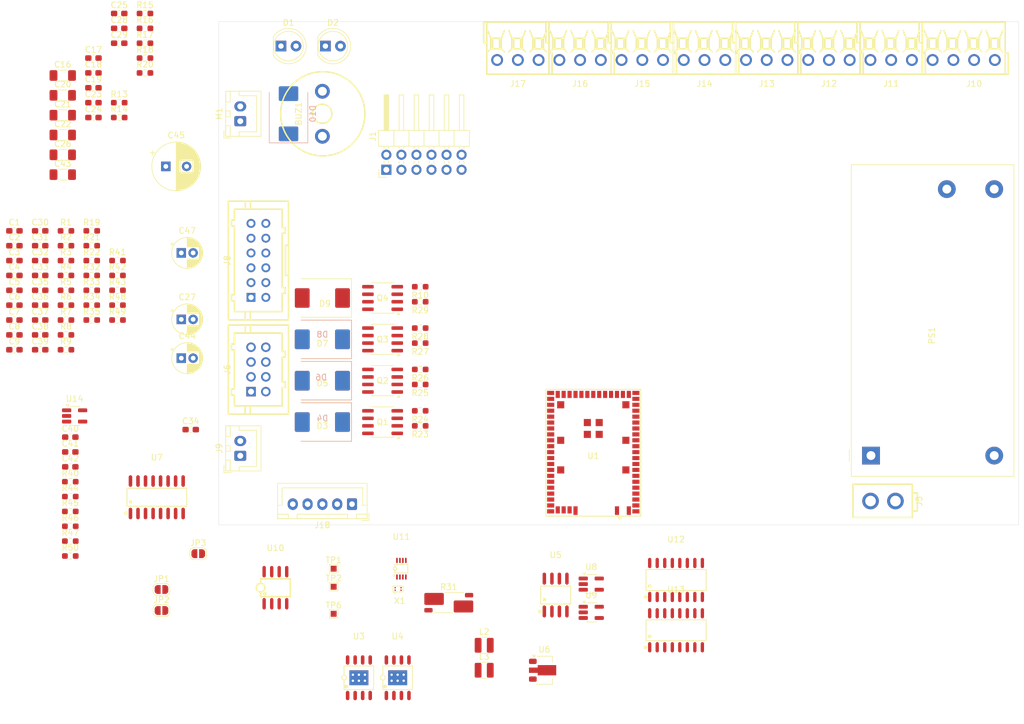
<source format=kicad_pcb>
(kicad_pcb (version 20240108) (generator "pcbnew") (generator_version "8.0")
  (layers (0 "F.Cu" signal) (31 "B.Cu" signal) (34 "B.Paste" user) (35 "F.Paste" user) (36 "B.SilkS" user "B.Silkscreen") (37 "F.SilkS" user "F.Silkscreen") (38 "B.Mask" user) (39 "F.Mask" user) (44 "Edge.Cuts" user))
  (net 0 "")
  (net 1 "Net-(BUZ1-Pad1)")
  (net 2 "Net-(U5-OUTB)")
  (net 3 "+3.3V")
  (net 4 "GND")
  (net 5 "Net-(U1-1V8_LDO)")
  (net 6 "Net-(U1-UULP_VBAT_GPIO_0)")
  (net 7 "Net-(J1-Pin_a5)")
  (net 8 "/~{Reset}")
  (net 9 "/Valves/MotorS")
  (net 10 "Net-(Q4B-G2)")
  (net 11 "Net-(U7-QH)")
  (net 12 "VBUS")
  (net 13 "Net-(U3-BST)")
  (net 14 "Net-(U3-SW)")
  (net 15 "Net-(U3-SS)")
  (net 16 "+9V")
  (net 17 "Net-(U3-FB)")
  (net 18 "Net-(U4-SW)")
  (net 19 "Net-(U4-BST)")
  (net 20 "Net-(U4-SS)")
  (net 21 "Net-(U4-FB)")
  (net 22 "+5V")
  (net 23 "Net-(U5-OUTA)")
  (net 24 "Net-(U1-ULP_GPIO_6)")
  (net 25 "Net-(U12-A7)")
  (net 26 "Net-(D1-A)")
  (net 27 "Net-(D2-A)")
  (net 28 "Net-(D3-A)")
  (net 29 "Net-(D4-A)")
  (net 30 "Net-(D5-A)")
  (net 31 "Net-(D6-A)")
  (net 32 "Net-(D7-A)")
  (net 33 "Net-(D8-A)")
  (net 34 "Net-(D9-A)")
  (net 35 "Net-(D10-A)")
  (net 36 "PROG-RX")
  (net 37 "JTAG-TDO")
  (net 38 "JTAG-TMS")
  (net 39 "JTAG-TDI")
  (net 40 "JTAG-TCK")
  (net 41 "PROG-TX")
  (net 42 "Net-(J5-Pin_2)")
  (net 43 "Net-(J5-Pin_1)")
  (net 44 "BTN1")
  (net 45 "/eInkData")
  (net 46 "BTN3")
  (net 47 "/eInkBusy")
  (net 48 "/~{eInkCS}")
  (net 49 "/~{eInkReset}")
  (net 50 "/eInkCLK")
  (net 51 "BTN2")
  (net 52 "/eInkDC")
  (net 53 "Net-(J9-Pin_2)")
  (net 54 "Net-(J10-Pin_2)")
  (net 55 "Net-(J10-Pin_3)")
  (net 56 "/Humidity/F1")
  (net 57 "/Humidity/P1")
  (net 58 "/Humidity/F2")
  (net 59 "/Humidity/P2")
  (net 60 "/Humidity/F3")
  (net 61 "/Humidity/P3")
  (net 62 "/Humidity/P4")
  (net 63 "/Humidity/F4")
  (net 64 "/Humidity/P5")
  (net 65 "/Humidity/F5")
  (net 66 "/Humidity/F6")
  (net 67 "/Humidity/P6")
  (net 68 "/Humidity/F7")
  (net 69 "/Humidity/P7")
  (net 70 "Net-(J18-Pin_1)")
  (net 71 "Net-(Q1A-G1)")
  (net 72 "Net-(Q1B-G2)")
  (net 73 "Net-(Q2A-G1)")
  (net 74 "Net-(Q2B-G2)")
  (net 75 "Net-(Q3A-G1)")
  (net 76 "Net-(Q3B-G2)")
  (net 77 "Net-(Q4A-G1)")
  (net 78 "Net-(U1-GPIO_49)")
  (net 79 "Net-(U1-GPIO_50)")
  (net 80 "Net-(U1-GPIO_51)")
  (net 81 "Net-(U1-POC_OUT)")
  (net 82 "Net-(U1-GPIO_25)")
  (net 83 "Net-(U1-GPIO_26)")
  (net 84 "Net-(U3-RT{slash}CLK)")
  (net 85 "Net-(U4-RT{slash}CLK)")
  (net 86 "Net-(U1-UULP_VBAT_GPIO_3)")
  (net 87 "Net-(X1-CLK_OUT)")
  (net 88 "/EN9")
  (net 89 "Net-(U1-GPIO_52)")
  (net 90 "Net-(U1-GPIO_55)")
  (net 91 "Net-(U7-QA)")
  (net 92 "Net-(U7-QB)")
  (net 93 "Net-(U7-QC)")
  (net 94 "Net-(U7-QD)")
  (net 95 "Net-(U7-QE)")
  (net 96 "Net-(U7-QF)")
  (net 97 "Net-(U7-QG)")
  (net 98 "Net-(U9--)")
  (net 99 "Net-(U9-+)")
  (net 100 "Net-(R32-Pad2)")
  (net 101 "Net-(U1-GPIO_11)")
  (net 102 "Net-(U1-ULP_GPIO_11)")
  (net 103 "Net-(U13-A7)")
  (net 104 "/Humidity/A0")
  (net 105 "Net-(U12-S0)")
  (net 106 "/Humidity/A1")
  (net 107 "Net-(U12-S1)")
  (net 108 "Net-(U12-S2)")
  (net 109 "/Humidity/A2")
  (net 110 "/Humidity/~{OE}")
  (net 111 "Net-(U12-~{E})")
  (net 112 "Net-(U1-GPIO_7)")
  (net 113 "Net-(U10-DI)")
  (net 114 "/RS485-OE")
  (net 115 "Net-(U10-DE)")
  (net 116 "Net-(U12-A)")
  (net 117 "Net-(U1-GPIO_46)")
  (net 118 "Net-(U1-GPIO_28)")
  (net 119 "/~{BUZZ-EN}")
  (net 120 "/BUZZ")
  (net 122 "Net-(U1-GPIO_6)")
  (net 124 "/Valves/~{CS}")
  (net 128 "/FREQ-3V")
  (net 131 "Net-(U5-INB)")
  (net 133 "Net-(U10-RO)")
  (net 134 "/FREQ-5V")
  (net 136 "Net-(JP1-A)")
  (net 137 "Net-(JP2-A)")
  (net 138 "Net-(JP3-A)")
  (footprint "Capacitor_SMD:C_0603_1608Metric_Pad1.08x0.95mm_HandSolder" (layer "F.Cu") (at 64.865 61.685)
    (property "Reference" "C18" (at 0 -1.43 0) (layer "F.SilkS"))
    (property "Value" "10n")
    (pad "1" smd roundrect (at -0.8625 0) (size 1.075 0.95) (layers "F.Cu" "F.Paste" "F.Mask") (net 4 "GND"))
    (pad "2" smd roundrect (at 0.8625 0) (size 1.075 0.95) (layers "F.Cu" "F.Paste" "F.Mask") (net 15 "Net-(U3-SS)"))
  )
  (footprint "Resistor_SMD:R_0603_1608Metric_Pad0.98x0.95mm_HandSolder" (layer "F.Cu") (at 60.96 138.25)
    (property "Reference" "R46" (at 0 -1.43 0) (layer "F.SilkS"))
    (property "Value" "R")
    (pad "1" smd roundrect (at -0.9125 0) (size 0.975 0.95) (layers "F.Cu" "F.Paste" "F.Mask") (net 109 "/Humidity/A2"))
    (pad "2" smd roundrect (at 0.9125 0) (size 0.975 0.95) (layers "F.Cu" "F.Paste" "F.Mask") (net 108 "Net-(U12-S2)"))
  )
  (footprint "easyeda2kicad:CONN-TH_DB301R-3.5-3P-GN-S" (layer "F.Cu") (at 189 59.5 180)
    (property "Reference" "J12" (at 0 -4 360) (layer "F.SilkS"))
    (property "Value" "HSensor")
    (pad "1" thru_hole circle (at -3.5 0 180) (size 2 2) (drill 1.300023) (layers "*.Cu" "*.Mask") (net 59 "/Humidity/P2"))
    (pad "2" thru_hole circle (at 0 0 180) (size 2 2) (drill 1.300023) (layers "*.Cu" "*.Mask") (net 58 "/Humidity/F2"))
    (pad "3" thru_hole circle (at 3.5 0 180) (size 2 2) (drill 1.300023) (layers "*.Cu" "*.Mask") (net 4 "GND"))
  )
  (footprint "Capacitor_SMD:C_0603_1608Metric_Pad1.08x0.95mm_HandSolder" (layer "F.Cu") (at 51.53 105.925)
    (property "Reference" "C8" (at 0 -1.43 0) (layer "F.SilkS"))
    (property "Value" "10n")
    (pad "1" smd roundrect (at -0.8625 0) (size 1.075 0.95) (layers "F.Cu" "F.Paste" "F.Mask") (net 8 "/~{Reset}"))
    (pad "2" smd roundrect (at 0.8625 0) (size 1.075 0.95) (layers "F.Cu" "F.Paste" "F.Mask") (net 4 "GND"))
  )
  (footprint "Capacitor_SMD:C_0603_1608Metric_Pad1.08x0.95mm_HandSolder" (layer "F.Cu") (at 64.865 64.195)
    (property "Reference" "C19" (at 0 -1.43 0) (layer "F.SilkS"))
    (property "Value" "NP")
    (pad "1" smd roundrect (at -0.8625 0) (size 1.075 0.95) (layers "F.Cu" "F.Paste" "F.Mask") (net 17 "Net-(U3-FB)"))
    (pad "2" smd roundrect (at 0.8625 0) (size 1.075 0.95) (layers "F.Cu" "F.Paste" "F.Mask") (net 137 "Net-(JP2-A)"))
  )
  (footprint "Resistor_SMD:R_0603_1608Metric_Pad0.98x0.95mm_HandSolder" (layer "F.Cu") (at 60.96 143.27)
    (property "Reference" "R50" (at 0 -1.43 0) (layer "F.SilkS"))
    (property "Value" "100")
    (pad "1" smd roundrect (at -0.9125 0) (size 0.975 0.95) (layers "F.Cu" "F.Paste" "F.Mask") (net 22 "+5V"))
    (pad "2" smd roundrect (at 0.9125 0) (size 0.975 0.95) (layers "F.Cu" "F.Paste" "F.Mask") (net 116 "Net-(U12-A)"))
  )
  (footprint "locals:CONN-TH_DB301R-3.5-4P-GN-S" (layer "F.Cu") (at 213.5 59.5 180)
    (property "Reference" "J10" (at 0 -4 360) (layer "F.SilkS"))
    (property "Value" "Ext")
    (pad "1" thru_hole circle (at -3.5 0 180) (size 2 2) (drill 1.300023) (layers "*.Cu" "*.Mask") (net 16 "+9V"))
    (pad "2" thru_hole circle (at 0 0 180) (size 2 2) (drill 1.300023) (layers "*.Cu" "*.Mask") (net 54 "Net-(J10-Pin_2)"))
    (pad "3" thru_hole circle (at 3.5 0 180) (size 2 2) (drill 1.300023) (layers "*.Cu" "*.Mask") (net 55 "Net-(J10-Pin_3)"))
    (pad "4" thru_hole circle (at 7 0 180) (size 2 2) (drill 1.300023) (layers "*.Cu" "*.Mask") (net 4 "GND"))
  )
  (footprint "easyeda2kicad:SOIC-8_L4.9-W3.9-P1.27-LS6.0-BL" (layer "F.Cu") (at 142.875 149.86)
    (property "Reference" "U5" (at 0 -6.77 0) (layer "F.SilkS"))
    (property "Value" "TC4427AEOA713")
    (pad "1" smd oval (at -1.91 2.77) (size 0.59 2.05) (layers "F.Cu" "F.Paste" "F.Mask"))
    (pad "2" smd oval (at -0.63 2.77) (size 0.59 2.05) (layers "F.Cu" "F.Paste" "F.Mask") (net 120 "/BUZZ"))
    (pad "3" smd oval (at 0.63 2.77) (size 0.59 2.05) (layers "F.Cu" "F.Paste" "F.Mask") (net 4 "GND"))
    (pad "4" smd oval (at 1.9 2.77) (size 0.59 2.05) (layers "F.Cu" "F.Paste" "F.Mask") (net 131 "Net-(U5-INB)"))
    (pad "5" smd oval (at 1.9 -2.77) (size 0.59 2.05) (layers "F.Cu" "F.Paste" "F.Mask") (net 2 "Net-(U5-OUTB)"))
    (pad "6" smd oval (at 0.63 -2.77) (size 0.59 2.05) (layers "F.Cu" "F.Paste" "F.Mask") (net 12 "VBUS"))
    (pad "7" smd oval (at -0.63 -2.77) (size 0.59 2.05) (layers "F.Cu" "F.Paste" "F.Mask") (net 23 "Net-(U5-OUTA)"))
    (pad "8" smd oval (at -1.91 -2.77) (size 0.59 2.05) (layers "F.Cu" "F.Paste" "F.Mask"))
  )
  (footprint "easyeda2kicad:CONN-TH_8P-P2.50_XAD-8A" (layer "F.Cu") (at 92.71 111.76 90)
    (property "Reference" "J6" (at 0 -5.25 90) (layer "F.SilkS"))
    (property "Value" "Conn_01x08_Pin")
    (pad "1" thru_hole rect (at -3.75 -1.25 90) (size 1.6 1.6) (drill 0.999998) (layers "*.Cu" "*.Mask") (net 16 "+9V"))
    (pad "2" thru_hole circle (at -3.75 1.25 90) (size 1.6 1.6) (drill 0.999998) (layers "*.Cu" "*.Mask") (net 28 "Net-(D3-A)"))
    (pad "3" thru_hole circle (at -1.25 -1.25 90) (size 1.6 1.6) (drill 0.999998) (layers "*.Cu" "*.Mask") (net 29 "Net-(D4-A)"))
    (pad "4" thru_hole circle (at -1.25 1.25 90) (size 1.6 1.6) (drill 0.999998) (layers "*.Cu" "*.Mask") (net 30 "Net-(D5-A)"))
    (pad "5" thru_hole circle (at 1.25 -1.25 90) (size 1.6 1.6) (drill 0.999998) (layers "*.Cu" "*.Mask") (net 31 "Net-(D6-A)"))
    (pad "6" thru_hole circle (at 1.25 1.25 90) (size 1.6 1.6) (drill 0.999998) (layers "*.Cu" "*.Mask") (net 32 "Net-(D7-A)"))
    (pad "7" thru_hole circle (at 3.75 -1.25 90) (size 1.6 1.6) (drill 0.999998) (layers "*.Cu" "*.Mask") (net 33 "Net-(D8-A)"))
    (pad "8" thru_hole circle (at 3.75 1.25 90) (size 1.6 1.6) (drill 0.999998) (layers "*.Cu" "*.Mask") (net 34 "Net-(D9-A)"))
  )
  (footprint "easyeda2kicad:SOP-16_L10.0-W3.9-P1.27-LS6.0-BL" (layer "F.Cu") (at 163.195 147.32)
    (property "Reference" "U12" (at 0 -6.87 0) (layer "F.SilkS"))
    (property "Value" "CD74HCT4051M96")
    (pad "1" smd oval (at -4.45 2.87) (size 0.56 1.75) (layers "F.Cu" "F.Paste" "F.Mask") (net 64 "/Humidity/P5"))
    (pad "2" smd oval (at -3.18 2.87) (size 0.56 1.75) (layers "F.Cu" "F.Paste" "F.Mask") (net 69 "/Humidity/P7"))
    (pad "3" smd oval (at -1.91 2.87) (size 0.56 1.75) (layers "F.Cu" "F.Paste" "F.Mask") (net 116 "Net-(U12-A)"))
    (pad "4" smd oval (at -0.63 2.87) (size 0.56 1.75) (layers "F.Cu" "F.Paste" "F.Mask") (net 25 "Net-(U12-A7)"))
    (pad "5" smd oval (at 0.63 2.87) (size 0.56 1.75) (layers "F.Cu" "F.Paste" "F.Mask") (net 67 "/Humidity/P6"))
    (pad "6" smd oval (at 1.9 2.87) (size 0.56 1.75) (layers "F.Cu" "F.Paste" "F.Mask") (net 111 "Net-(U12-~{E})"))
    (pad "7" smd oval (at 3.17 2.87) (size 0.56 1.75) (layers "F.Cu" "F.Paste" "F.Mask") (net 4 "GND"))
    (pad "8" smd oval (at 4.44 2.87) (size 0.56 1.75) (layers "F.Cu" "F.Paste" "F.Mask") (net 4 "GND"))
    (pad "9" smd oval (at 4.44 -2.87) (size 0.56 1.75) (layers "F.Cu" "F.Paste" "F.Mask") (net 108 "Net-(U12-S2)"))
    (pad "10" smd oval (at 3.17 -2.87) (size 0.56 1.75) (layers "F.Cu" "F.Paste" "F.Mask") (net 107 "Net-(U12-S1)"))
    (pad "11" smd oval (at 1.9 -2.87) (size 0.56 1.75) (layers "F.Cu" "F.Paste" "F.Mask") (net 105 "Net-(U12-S0)"))
    (pad "12" smd oval (at 0.63 -2.87) (size 0.56 1.75) (layers "F.Cu" "F.Paste" "F.Mask") (net 62 "/Humidity/P4"))
    (pad "13" smd oval (at -0.63 -2.87) (size 0.56 1.75) (layers "F.Cu" "F.Paste" "F.Mask") (net 57 "/Humidity/P1"))
    (pad "14" smd oval (at -1.91 -2.87) (size 0.56 1.75) (layers "F.Cu" "F.Paste" "F.Mask") (net 59 "/Humidity/P2"))
    (pad "15" smd oval (at -3.18 -2.87) (size 0.56 1.75) (layers "F.Cu" "F.Paste" "F.Mask") (net 61 "/Humidity/P3"))
    (pad "16" smd oval (at -4.45 -2.87) (size 0.56 1.75) (layers "F.Cu" "F.Paste" "F.Mask") (net 22 "+5V"))
  )
  (footprint "Resistor_SMD:R_0603_1608Metric_Pad0.98x0.95mm_HandSolder" (layer "F.Cu") (at 68.93 95.885)
    (property "Reference" "R42" (at 0 -1.43 0) (layer "F.SilkS"))
    (property "Value" "510")
    (pad "1" smd roundrect (at -0.9125 0) (size 0.975 0.95) (layers "F.Cu" "F.Paste" "F.Mask") (net 54 "Net-(J10-Pin_2)"))
    (pad "2" smd roundrect (at 0.9125 0) (size 0.975 0.95) (layers "F.Cu" "F.Paste" "F.Mask") (net 4 "GND"))
  )
  (footprint "Capacitor_SMD:C_0603_1608Metric_Pad1.08x0.95mm_HandSolder" (layer "F.Cu") (at 55.88 88.355)
    (property "Reference" "C30" (at 0 -1.43 0) (layer "F.SilkS"))
    (property "Value" "0.1")
    (pad "1" smd roundrect (at -0.8625 0) (size 1.075 0.95) (layers "F.Cu" "F.Paste" "F.Mask") (net 4 "GND"))
    (pad "2" smd roundrect (at 0.8625 0) (size 1.075 0.95) (layers "F.Cu" "F.Paste" "F.Mask") (net 3 "+3.3V"))
  )
  (footprint "Connector_JST:JST_XH_B5B-XH-A_1x05_P2.50mm_Vertical" (layer "F.Cu") (at 108.505 134.51 180)
    (property "Reference" "J18" (at 5 -3.55 360) (layer "F.SilkS"))
    (property "Value" "WaterLevel")
    (pad "1" thru_hole roundrect (at 0 0 180) (size 1.7 1.95) (drill 0.95) (layers "*.Cu" "*.Mask") (roundrect_rratio 0.147059) (net 70 "Net-(J18-Pin_1)"))
    (pad "2" thru_hole oval (at 2.5 0 180) (size 1.7 1.95) (drill 0.95) (layers "*.Cu" "*.Mask") (net 4 "GND"))
    (pad "3" thru_hole oval (at 5 0 180) (size 1.7 1.95) (drill 0.95) (layers "*.Cu" "*.Mask") (net 70 "Net-(J18-Pin_1)"))
    (pad "4" thru_hole oval (at 7.5 0 180) (size 1.7 1.95) (drill 0.95) (layers "*.Cu" "*.Mask") (net 4 "GND"))
    (pad "5" thru_hole oval (at 10 0 180) (size 1.7 1.95) (drill 0.95) (layers "*.Cu" "*.Mask") (net 70 "Net-(J18-Pin_1)"))
  )
  (footprint "Resistor_SMD:R_Shunt_Vishay_WSK2512_6332Metric_T2.21mm" (layer "F.Cu") (at 124.835 151.155)
    (property "Reference" "R31" (at 0 -2.65 0) (layer "F.SilkS"))
    (property "Value" "0.1")
    (pad "1" smd roundrect (at -2.48 -0.635) (size 3.3 2.03) (layers "F.Cu" "F.Paste" "F.Mask") (roundrect_rratio 0.12) (net 35 "Net-(D10-A)"))
    (pad "2" smd roundrect (at -3.43 1.27) (size 1.4 0.76) (layers "F.Cu" "F.Paste" "F.Mask") (net 99 "Net-(U9-+)"))
    (pad "3" smd roundrect (at 3.43 -1.27) (size 1.4 0.76) (layers "F.Cu" "F.Paste" "F.Mask") (net 98 "Net-(U9--)"))
    (pad "4" smd roundrect (at 2.48 0.635) (size 3.3 2.03) (layers "F.Cu" "F.Paste" "F.Mask") (roundrect_rratio 0.12) (net 4 "GND"))
  )
  (footprint "Capacitor_THT:CP_Radial_D5.0mm_P2.00mm" (layer "F.Cu") (at 79.689888 109.855)
    (property "Reference" "C44" (at 1 -3.75 0) (layer "F.SilkS"))
    (property "Value" "100")
    (pad "1" thru_hole rect (at 0 0) (size 1.6 1.6) (drill 0.8) (layers "*.Cu" "*.Mask") (net 137 "Net-(JP2-A)"))
    (pad "2" thru_hole circle (at 2 0) (size 1.6 1.6) (drill 0.8) (layers "*.Cu" "*.Mask") (net 4 "GND"))
  )
  (footprint "easyeda2kicad:CONN-TH_XAD-12A" (layer "F.Cu") (at 92.71 93.345 90)
    (property "Reference" "J8" (at 0 -5.25 90) (layer "F.SilkS"))
    (property "Value" "eInk-Buttons")
    (pad "1" thru_hole rect (at -6.25 -1.25 90) (size 1.5 1.5) (drill 0.900024) (layers "*.Cu" "*.Mask") (net 4 "GND"))
    (pad "2" thru_hole circle (at -6.25 1.25 90) (size 1.5 1.5) (drill 0.900024) (layers "*.Cu" "*.Mask") (net 44 "BTN1"))
    (pad "3" thru_hole circle (at -3.75 -1.25 90) (size 1.5 1.5) (drill 0.900024) (layers "*.Cu" "*.Mask") (net 51 "BTN2"))
    (pad "4" thru_hole circle (at -3.75 1.25 90) (size 1.5 1.5) (drill 0.900024) (layers "*.Cu" "*.Mask") (net 46 "BTN3"))
    (pad "5" thru_hole circle (at -1.25 -1.25 90) (size 1.5 1.5) (drill 0.900024) (layers "*.Cu" "*.Mask") (net 4 "GND"))
    (pad "6" thru_hole circle (at -1.25 1.25 90) (size 1.5 1.5) (drill 0.900024) (layers "*.Cu" "*.Mask") (net 47 "/eInkBusy"))
    (pad "7" thru_hole circle (at 1.25 -1.25 90) (size 1.5 1.5) (drill 0.900024) (layers "*.Cu" "*.Mask") (net 52 "/eInkDC"))
    (pad "8" thru_hole circle (at 1.25 1.25 90) (size 1.5 1.5) (drill 0.900024) (layers "*.Cu" "*.Mask") (net 48 "/~{eInkCS}"))
    (pad "9" thru_hole circle (at 3.75 -1.25 90) (size 1.5 1.5) (drill 0.900024) (layers "*.Cu" "*.Mask") (net 49 "/~{eInkReset}"))
    (pad "10" thru_hole circle (at 3.75 1.25 90) (size 1.5 1.5) (drill 0.900024) (layers "*.Cu" "*.Mask") (net 45 "/eInkData"))
    (pad "11" thru_hole circle (at 6.25 -1.25 270) (size 1.5 1.5) (drill 0.900024) (layers "*.Cu" "*.Mask") (net 50 "/eInkCLK"))
    (pad "12" thru_hole circle (at 6.25 1.25 270) (size 1.5 1.5) (drill 0.900024) (layers "*.Cu" "*.Mask") (net 3 "+3.3V"))
  )
  (footprint "Resistor_SMD:R_0603_1608Metric_Pad0.98x0.95mm_HandSolder" (layer "F.Cu") (at 60.23 105.925)
    (property "Reference" "R8" (at 0 -1.43 0) (layer "F.SilkS"))
    (property "Value" "100K")
    (pad "1" smd roundrect (at -0.9125 0) (size 0.975 0.95) (layers "F.Cu" "F.Paste" "F.Mask") (net 36 "PROG-RX"))
    (pad "2" smd roundrect (at 0.9125 0) (size 0.975 0.95) (layers "F.Cu" "F.Paste" "F.Mask") (net 3 "+3.3V"))
  )
  (footprint "Resistor_SMD:R_0603_1608Metric_Pad0.98x0.95mm_HandSolder" (layer "F.Cu") (at 64.58 95.885)
    (property "Reference" "R32" (at 0 -1.43 0) (layer "F.SilkS"))
    (property "Value" "R")
    (pad "1" smd roundrect (at -0.9125 0) (size 0.975 0.95) (layers "F.Cu" "F.Paste" "F.Mask") (net 24 "Net-(U1-ULP_GPIO_6)"))
    (pad "2" smd roundrect (at 0.9125 0) (size 0.975 0.95) (layers "F.Cu" "F.Paste" "F.Mask") (net 100 "Net-(R32-Pad2)"))
  )
  (footprint "Resistor_SMD:R_0603_1608Metric_Pad0.98x0.95mm_HandSolder" (layer "F.Cu") (at 64.58 100.905)
    (property "Reference" "R34" (at 0 -1.43 0) (layer "F.SilkS"))
    (property "Value" "510")
    (pad "1" smd roundrect (at -0.9125 0) (size 0.975 0.95) (layers "F.Cu" "F.Paste" "F.Mask") (net 101 "Net-(U1-GPIO_11)"))
    (pad "2" smd roundrect (at 0.9125 0) (size 0.975 0.95) (layers "F.Cu" "F.Paste" "F.Mask") (net 45 "/eInkData"))
  )
  (footprint "Resistor_SMD:R_0603_1608Metric_Pad0.98x0.95mm_HandSolder" (layer "F.Cu") (at 60.23 90.865)
    (property "Reference" "R2" (at 0 -1.43 0) (layer "F.SilkS"))
    (property "Value" "100K")
    (pad "1" smd roundrect (at -0.9125 0) (size 0.975 0.95) (layers "F.Cu" "F.Paste" "F.Mask") (net 79 "Net-(U1-GPIO_50)"))
    (pad "2" smd roundrect (at 0.9125 0) (size 0.975 0.95) (layers "F.Cu" "F.Paste" "F.Mask") (net 3 "+3.3V"))
  )
  (footprint "locals:COMM-SMD_SIWG917Y110LGNBA" (layer "F.Cu") (at 149.225 125.73 180)
    (property "Reference" "U1" (at 0 -0.635 360) (layer "F.SilkS"))
    (property "Value" "SIWG917Y121MGABAR")
    (pad "1" smd rect (at -4 -9.875 180) (size 0.7 1.45) (layers "F.Cu" "F.Paste" "F.Mask"))
    (pad "2" smd rect (at -6 -9.875 180) (size 0.7 1.45) (layers "F.Cu" "F.Paste" "F.Mask") (net 4 "GND"))
    (pad "3" smd rect (at -7.19 -10 180) (size 1.2 0.7) (layers "F.Cu" "F.Paste" "F.Mask") (net 4 "GND"))
    (pad "4" smd rect (at -7.19 -9 180) (size 1.2 0.7) (layers "F.Cu" "F.Paste" "F.Mask") (net 6 "Net-(U1-UULP_VBAT_GPIO_0)"))
    (pad "5" smd rect (at -7.19 -8 180) (size 1.2 0.7) (layers "F.Cu" "F.Paste" "F.Mask") (net 102 "Net-(U1-ULP_GPIO_11)"))
    (pad "6" smd rect (at -7.19 -7 180) (size 1.2 0.7) (layers "F.Cu" "F.Paste" "F.Mask") (net 53 "Net-(J9-Pin_2)"))
    (pad "7" smd rect (at -7.19 -6 180) (size 1.2 0.7) (layers "F.Cu" "F.Paste" "F.Mask") (net 88 "/EN9"))
    (pad "8" smd rect (at -7.19 -5 180) (size 1.2 0.7) (layers "F.Cu" "F.Paste" "F.Mask") (net 128 "/FREQ-3V"))
    (pad "9" smd rect (at -7.19 -4 180) (size 1.2 0.7) (layers "F.Cu" "F.Paste" "F.Mask") (net 4 "GND"))
    (pad "10" smd rect (at -7.19 -3 180) (size 1.2 0.7) (layers "F.Cu" "F.Paste" "F.Mask"))
    (pad "11" smd rect (at -7.19 -2 180) (size 1.2 0.7) (layers "F.Cu" "F.Paste" "F.Mask") (net 4 "GND"))
    (pad "12" smd rect (at -7.19 -1 180) (size 1.2 0.7) (layers "F.Cu" "F.Paste" "F.Mask") (net 90 "Net-(U1-GPIO_55)"))
    (pad "13" smd rect (at -7.19 0 180) (size 1.2 0.7) (layers "F.Cu" "F.Paste" "F.Mask") (net 38 "JTAG-TMS"))
    (pad "14" smd rect (at -7.19 1 180) (size 1.2 0.7) (layers "F.Cu" "F.Paste" "F.Mask") (net 37 "JTAG-TDO"))
    (pad "15" smd rect (at -7.19 2 180) (size 1.2 0.7) (layers "F.Cu" "F.Paste" "F.Mask") (net 40 "JTAG-TCK"))
    (pad "16" smd rect (at -7.19 3 180) (size 1.2 0.7) (layers "F.Cu" "F.Paste" "F.Mask") (net 39 "JTAG-TDI"))
    (pad "17" smd rect (at -7.19 4 180) (size 1.2 0.7) (layers "F.Cu" "F.Paste" "F.Mask") (net 49 "/~{eInkReset}"))
    (pad "18" smd rect (at -7.19 5 180) (size 1.2 0.7) (layers "F.Cu" "F.Paste" "F.Mask") (net 50 "/eInkCLK"))
    (pad "19" smd rect (at -7.19 6 180) (size 1.2 0.7) (layers "F.Cu" "F.Paste" "F.Mask") (net 52 "/eInkDC"))
    (pad "20" smd rect (at -7.19 7 180) (size 1.2 0.7) (layers "F.Cu" "F.Paste" "F.Mask") (net 36 "PROG-RX"))
    (pad "21" smd rect (at -7.19 8 180) (size 1.2 0.7) (layers "F.Cu" "F.Paste" "F.Mask") (net 110 "/Humidity/~{OE}"))
    (pad "22" smd rect (at -7.19 9 180) (size 1.2 0.7) (layers "F.Cu" "F.Paste" "F.Mask") (net 41 "PROG-TX"))
    (pad "23" smd rect (at -7.19 10 180) (size 1.2 0.7) (layers "F.Cu" "F.Paste" "F.Mask") (net 24 "Net-(U1-ULP_GPIO_6)"))
    (pad "24" smd rect (at -6 9.75 180) (size 0.7 1.2) (layers "F.Cu" "F.Paste" "F.Mask") (net 122 "Net-(U1-GPIO_6)"))
    (pad "25" smd rect (at -5 9.75 180) (size 0.7 1.2) (layers "F.Cu" "F.Paste" "F.Mask") (net 89 "Net-(U1-GPIO_52)"))
    (pad "26" smd rect (at -4 9.75 180) (size 0.7 1.2) (layers "F.Cu" "F.Paste" "F.Mask") (net 3 "+3.3V"))
    (pad "27" smd rect (at -3 9.75 180) (size 0.7 1.2) (layers "F.Cu" "F.Paste" "F.Mask") (net 109 "/Humidity/A2"))
    (pad "28" smd rect (at -2 9.75 180) (size 0.7 1.2) (layers "F.Cu" "F.Paste" "F.Mask") (net 47 "/eInkBusy"))
    (pad "29" smd rect (at -1 9.75 180) (size 0.7 1.2) (layers "F.Cu" "F.Paste" "F.Mask") (net 86 "Net-(U1-UULP_VBAT_GPIO_3)"))
    (pad "30" smd rect (at 0 9.75 180) (size 0.7 1.2) (layers "F.Cu" "F.Paste" "F.Mask") (net 51 "BTN2"))
    (pad "31" smd rect (at 1 9.75 180) (size 0.7 1.2) (layers "F.Cu" "F.Paste" "F.Mask") (net 7 "Net-(J1-Pin_a5)"))
    (pad "32" smd rect (at 2 9.75 180) (size 0.7 1.2) (layers "F.Cu" "F.Paste" "F.Mask") (net 81 "Net-(U1-POC_OUT)"))
    (pad "33" smd rect (at 3 9.75 180) (size 0.7 1.2) (layers "F.Cu" "F.Paste" "F.Mask") (net 8 "/~{Reset}"))
    (pad "34" smd rect (at 4 9.75 180) (size 0.7 1.2) (layers "F.Cu" "F.Paste" "F.Mask") (net 3 "+3.3V"))
    (pad "35" smd rect (at 5 9.75 180) (size 0.7 1.2) (layers "F.Cu" "F.Paste" "F.Mask") (net 104 "/Humidity/A0"))
    (pad "36" smd rect (at 6 9.75 180) (size 0.7 1.2) (layers "F.Cu" "F.Paste" "F.Mask") (net 5 "Net-(U1-1V8_LDO)"))
    (pad "37" smd rect (at 7.19 10 180) (size 1.2 0.7) (layers "F.Cu" "F.Paste" "F.Mask") (net 106 "/Humidity/A1"))
    (pad "38" smd rect (at 7.19 9 180) (size 1.2 0.7) (layers "F.Cu" "F.Paste" "F.Mask") (net 112 "Net-(U1-GPIO_7)"))
    (pad "39" smd rect (at 7.19 8 180) (size 1.2 0.7) (layers "F.Cu" "F.Paste" "F.Mask"))
    (pad "40" smd rect (at 7.19 7 180) (size 1.2 0.7) (layers "F.Cu" "F.Paste" "F.Mask"))
    (pad "41" smd rect (at 7.19 6 180) (size 1.2 0.7) (layers "F.Cu" "F.Paste" "F.Mask") (net 78 "Net-(U1-GPIO_49)"))
    (pad "42" smd rect (at 7.19 5 180) (size 1.2 0.7) (layers "F.Cu" "F.Paste" "F.Mask") (net 79 "Net-(U1-GPIO_50)"))
    (pad "43" smd rect (at 7.19 4 180) (size 1.2 0.7) (layers "F.Cu" "F.Paste" "F.Mask") (net 80 "Net-(U1-GPIO_51)"))
    (pad "44" smd rect (at 7.19 3 180) (size 1.2 0.7) (layers "F.Cu" "F.Paste" "F.Mask") (net 117 "Net-(U1-GPIO_46)"))
    (pad "45" smd rect (at 7.19 2 180) (size 1.2 0.7) (layers "F.Cu" "F.Paste" "F.Mask") (net 119 "/~{BUZZ-EN}"))
    (pad "46" smd rect (at 7.19 1 180) (size 1.2 0.7) (layers "F.Cu" "F.Paste" "F.Mask") (net 46 "BTN3"))
    (pad "47" smd rect (at 7.19 0 180) (size 1.2 0.7) (layers "F.Cu" "F.Paste" "F.Mask") (net 120 "/BUZZ"))
    (pad "48" smd rect (at 7.19 -1 180) (size 1.2 0.7) (layers "F.Cu" "F.Paste" "F.Mask") (net 118 "Net-(U1-GPIO_28)"))
    (pad "49" smd rect (at 7.19 -2 180) (size 1.2 0.7) (layers "F.Cu" "F.Paste" "F.Mask") (net 82 "Net-(U1-GPIO_25)"))
    (pad "50" smd rect (at 7.19 -3 180) (size 1.2 0.7) (layers "F.Cu" "F.Paste" "F.Mask") (net 3 "+3.3V"))
    (pad "51" smd rect (at 7.19 -4 180) (size 1.2 0.7) (layers "F.Cu" "F.Paste" "F.Mask") (net 114 "/RS485-OE"))
    (pad "52" smd rect (at 7.19 -5 180) (size 1.2 0.7) (layers "F.Cu" "F.Paste" "F.Mask") (net 3 "+3.3V"))
    (pad "53" smd rect (at 7.19 -6 180) (size 1.2 0.7) (layers "F.Cu" "F.Paste" "F.Mask") (net 83 "Net-(U1-GPIO_26)"))
    (pad "54" smd rect (at 7.19 -7 180) (size 1.2 0.7) (layers "F.Cu" "F.Paste" "F.Mask") (net 5 "Net-(U1-1V8_LDO)"))
    (pad "55" smd rect (at 7.19 -8 180) (size 1.2 0.7) (layers "F.Cu" "F.Paste" "F.Mask") (net 124 "/Valves/~{CS}"))
    (pad "56" smd rect (at 7.19 -9 180) (size 1.2 0.7) (layers "F.Cu" "F.Paste" "F.Mask") (net 45 "/eInkData"))
    (pad "57" smd rect (at 7.19 -10 180) (size 1.2 0.7) (layers "F.Cu" "F.Paste" "F.Mask") (net 4 "GND"))
    (pad "58" smd rect (at 6 -9.75 180) (size 0.7 1.2) (layers "F.Cu" "F.Paste" "F.Mask") (net 101 "Net-(U1-GPIO_11)"))
    (pad "59" smd rect (at 5 -9.75 180) (size 0.7 1.2) (layers "F.Cu" "F.Paste" "F.Mask") (net 48 "/~{eInkCS}"))
    (pad "60" smd rect (at 4 -9.75 180) (size 0.7 1.2) (layers "F.Cu" "F.Paste" "F.Mask") (net 4 "GND"))
    (pad "61" smd rect (at 3 -9.875 180) (size 0.7 1.45) (layers "F.Cu" "F.Paste" "F.Mask"))
    (pad "62" smd rect (at -5.5 -3 180) (size 1.2 1.2) (layers "F.Cu" "F.Paste" "F.Mask") (net 4 "GND"))
    (pad "63" smd rect (at -5.5 2 180) (size 1.2 1.2) (layers "F.Cu" "F.Paste" "F.Mask") (net 4 "GND"))
    (pad "64" smd rect (at -5.5 8 180) (size 1.2 1.2) (layers "F.Cu" "F.Paste" "F.Mask") (net 4 "GND"))
    (pad "65" smd rect (at 5.5 8 180) (size 1.2 1.2) (layers "F.Cu" "F.Paste" "F.Mask") (net 4 "GND"))
    (pad "66" smd rect (at 5.5 2 180) (size 1.2 1.2) (layers "F.Cu" "F.Paste" "F.Mask") (net 4 "GND"))
    (pad "67" smd rect (at 5.5 -3 180) (size 1.2 1.2) (layers "F.Cu" "F.Paste" "F.Mask") (net 4 "GND"))
    (pad "68" smd rect (at -1 3 180) (size 1.2 1.2) (layers "F.Cu" "F.Paste" "F.Mask") (net 4 "GND"))
    (pad "69" smd rect (at -1 5 180) (size 1.2 1.2) (layers "F.Cu" "F.Paste" "F.Mask") (net 4 "GND"))
    (pad "70" smd rect (at 1 5 180) (size 1.2 1.2) (layers "F.Cu" "F.Paste" "F.Mask") (net 4 "GND"))
    (pad "71" smd rect (at 1 3 180) (size 1.2 1.2) (layers "F.Cu" "F.Paste" "F.Mask") (net 4 "GND"))
  )
  (footprint "Package_TO_SOT_SMD:SOT-89-3" (layer "F.Cu") (at 140.97 162.56)
    (property "Reference" "U6" (at 0 -3.5 0) (layer "F.SilkS"))
    (property "Value" "AP2204R-5.0")
    (pad "1" smd roundrect (at -1.95 -1.5) (size 1.3 0.9) (layers "F.Cu" "F.Paste" "F.Mask") (net 137 "Net-(JP2-A)"))
    (pad "2" smd custom (at -1.8625 0) (size 1.475 0.9) (layers "F.Cu" "F.Paste" "F.Mask") (net 4 "GND") (options (clearance outline) (anchor rect)) (primitives (gr_poly (pts (xy 3.8625 0.8665) (xy 0.7375 0.8665) (xy 0.7375 -0.8665) (xy 3.8625 -0.8665)) (width 0) (fill yes))))
    (pad "3" smd roundrect (at -1.95 1.5) (size 1.3 0.9) (layers "F.Cu" "F.Paste" "F.Mask") (net 138 "Net-(JP3-A)"))
  )
  (footprint "easyeda2kicad:SOP-16_L10.0-W3.9-P1.27-LS6.0-BL" (layer "F.Cu") (at 163.195 155.81)
    (property "Reference" "U13" (at 0 -6.87 0) (layer "F.SilkS"))
    (property "Value" "CD74HCT4051M96")
    (pad "1" smd oval (at -4.45 2.87) (size 0.56 1.75) (layers "F.Cu" "F.Paste" "F.Mask") (net 65 "/Humidity/F5"))
    (pad "2" smd oval (at -3.18 2.87) (size 0.56 1.75) (layers "F.Cu" "F.Paste" "F.Mask") (net 68 "/Humidity/F7"))
    (pad "3" smd oval (at -1.91 2.87) (size 0.56 1.75) (layers "F.Cu" "F.Paste" "F.Mask") (net 134 "/FREQ-5V"))
    (pad "4" smd oval (at -0.63 2.87) (size 0.56 1.75) (layers "F.Cu" "F.Paste" "F.Mask") (net 103 "Net-(U13-A7)"))
    (pad "5" smd oval (at 0.63 2.87) (size 0.56 1.75) (layers "F.Cu" "F.Paste" "F.Mask") (net 66 "/Humidity/F6"))
    (pad "6" smd oval (at 1.9 2.87) (size 0.56 1.75) (layers "F.Cu" "F.Paste" "F.Mask") (net 111 "Net-(U12-~{E})"))
    (pad "7" smd oval (at 3.17 2.87) (size 0.56 1.75) (layers "F.Cu" "F.Paste" "F.Mask") (net 4 "GND"))
    (pad "8" smd oval (at 4.44 2.87) (size 0.56 1.75) (layers "F.Cu" "F.Paste" "F.Mask") (net 4 "GND"))
    (pad "9" smd oval (at 4.44 -2.87) (size 0.56 1.75) (layers "F.Cu" "F.Paste" "F.Mask") (net 108 "Net-(U12-S2)"))
    (pad "10" smd oval (at 3.17 -2.87) (size 0.56 1.75) (layers "F.Cu" "F.Paste" "F.Mask") (net 107 "Net-(U12-S1)"))
    (pad "11" smd oval (at 1.9 -2.87) (size 0.56 1.75) (layers "F.Cu" "F.Paste" "F.Mask") (net 105 "Net-(U12-S0)"))
    (pad "12" smd oval (at 0.63 -2.87) (size 0.56 1.75) (layers "F.Cu" "F.Paste" "F.Mask") (net 63 "/Humidity/F4"))
    (pad "13" smd oval (at -0.63 -2.87) (size 0.56 1.75) (layers "F.Cu" "F.Paste" "F.Mask") (net 56 "/Humidity/F1"))
    (pad "14" smd oval (at -1.91 -2.87) (size 0.56 1.75) (layers "F.Cu" "F.Paste" "F.Mask") (net 58 "/Humidity/F2"))
    (pad "15" smd oval (at -3.18 -2.87) (size 0.56 1.75) (layers "F.Cu" "F.Paste" "F.Mask") (net 60 "/Humidity/F3"))
    (pad "16" smd oval (at -4.45 -2.87) (size 0.56 1.75) (layers "F.Cu" "F.Paste" "F.Mask") (net 22 "+5V"))
  )
  (footprint "Resistor_SMD:R_0603_1608Metric_Pad0.98x0.95mm_HandSolder" (layer "F.Cu") (at 60.23 100.905)
    (property "Reference" "R6" (at 0 -1.43 0) (layer "F.SilkS"))
    (property "Value" "100K")
    (pad "1" smd roundrect (at -0.9125 0) (size 0.975 0.95) (layers "F.Cu" "F.Paste" "F.Mask") (net 82 "Net-(U1-GPIO_25)"))
    (pad "2" smd roundrect (at 0.9125 0) (size 0.975 0.95) (layers "F.Cu" "F.Paste" "F.Mask") (net 3 "+3.3V"))
  )
  (footprint "Resistor_SMD:R_0603_1608Metric_Pad0.98x0.95mm_HandSolder" (layer "F.Cu") (at 60.23 88.355)
    (property "Reference" "R1" (at 0 -1.43 0) (layer "F.SilkS"))
    (property "Value" "100K")
    (pad "1" smd roundrect (at -0.9125 0) (size 0.975 0.95) (layers "F.Cu" "F.Paste" "F.Mask") (net 78 "Net-(U1-GPIO_49)"))
    (pad "2" smd roundrect (at 0.9125 0) (size 0.975 0.95) (layers "F.Cu" "F.Paste" "F.Mask") (net 3 "+3.3V"))
  )
  (footprint "easyeda2kicad:CONN-TH_DB301R-3.5-3P-GN-S" (layer "F.Cu") (at 168 59.5 180)
    (property "Reference" "J14" (at 0 -4 360) (layer "F.SilkS"))
    (property "Value" "HSensor")
    (pad "1" thru_hole circle (at -3.5 0 180) (size 2 2) (drill 1.300023) (layers "*.Cu" "*.Mask") (net 62 "/Humidity/P4"))
    (pad "2" thru_hole circle (at 0 0 180) (size 2 2) (drill 1.300023) (layers "*.Cu" "*.Mask") (net 63 "/Humidity/F4"))
    (pad "3" thru_hole circle (at 3.5 0 180) (size 2 2) (drill 1.300023) (layers "*.Cu" "*.Mask") (net 4 "GND"))
  )
  (footprint "easyeda2kicad:CONN-TH_DB301R-3.5-3P-GN-S" (layer "F.Cu") (at 136.5 59.5 180)
    (property "Reference" "J17" (at 0 -4 360) (layer "F.SilkS"))
    (property "Value" "HSensor")
    (pad "1" thru_hole circle (at -3.5 0 180) (size 2 2) (drill 1.300023) (layers "*.Cu" "*.Mask") (net 69 "/Humidity/P7"))
    (pad "2" thru_hole circle (at 0 0 180) (size 2 2) (drill 1.300023) (layers "*.Cu" "*.Mask") (net 68 "/Humidity/F7"))
    (pad "3" thru_hole circle (at 3.5 0 180) (size 2 2) (drill 1.300023) (layers "*.Cu" "*.Mask") (net 4 "GND"))
  )
  (footprint "Resistor_SMD:R_0603_1608Metric_Pad0.98x0.95mm_HandSolder" (layer "F.Cu") (at 64.58 93.375)
    (property "Reference" "R22" (at 0 -1.43 0) (layer "F.SilkS"))
    (property "Value" "100K")
    (pad "1" smd roundrect (at -0.9125 0) (size 0.975 0.95) (layers "F.Cu" "F.Paste" "F.Mask") (net 90 "Net-(U1-GPIO_55)"))
    (pad "2" smd roundrect (at 0.9125 0) (size 0.975 0.95) (layers "F.Cu" "F.Paste" "F.Mask") (net 27 "Net-(D2-A)"))
  )
  (footprint "Capacitor_SMD:C_0603_1608Metric_Pad1.08x0.95mm_HandSolder" (layer "F.Cu") (at 55.88 100.905)
    (property "Reference" "C36" (at 0 -1.43 0) (layer "F.SilkS"))
    (property "Value" "?")
    (pad "1" smd roundrect (at -0.8625 0) (size 1.075 0.95) (layers "F.Cu" "F.Paste" "F.Mask") (net 24 "Net-(U1-ULP_GPIO_6)"))
    (pad "2" smd roundrect (at 0.8625 0) (size 1.075 0.95) (layers "F.Cu" "F.Paste" "F.Mask") (net 4 "GND"))
  )
  (footprint "LED_THT:LED_D5.0mm" (layer "F.Cu") (at 104.015 57.15)
    (property "Reference" "D2" (at 1.27 -3.96 0) (layer "F.SilkS"))
    (property "Value" "LED")
    (pad "1" thru_hole rect (at 0 0) (size 1.8 1.8) (drill 0.9) (layers "*.Cu" "*.Mask") (net 4 "GND"))
    (pad "2" thru_hole circle (at 2.54 0) (size 1.8 1.8) (drill 0.9) (layers "*.Cu" "*.Mask") (net 27 "Net-(D2-A)"))
  )
  (footprint "Capacitor_SMD:C_0603_1608Metric_Pad1.08x0.95mm_HandSolder" (layer "F.Cu") (at 64.865 66.705)
    (property "Reference" "C23" (at 0 -1.43 0) (layer "F.SilkS"))
    (property "Value" "100n")
    (pad "1" smd roundrect (at -0.8625 0) (size 1.075 0.95) (layers "F.Cu" "F.Paste" "F.Mask") (net 19 "Net-(U4-BST)"))
    (pad "2" smd roundrect (at 0.8625 0) (size 1.075 0.95) (layers "F.Cu" "F.Paste" "F.Mask") (net 18 "Net-(U4-SW)"))
  )
  (footprint "Capacitor_SMD:C_0603_1608Metric_Pad1.08x0.95mm_HandSolder" (layer "F.Cu") (at 69.215 56.665)
    (property "Reference" "C29" (at 0 -1.43 0) (layer "F.SilkS"))
    (property "Value" "2.2")
    (pad "1" smd roundrect (at -0.8625 0) (size 1.075 0.95) (layers "F.Cu" "F.Paste" "F.Mask") (net 4 "GND"))
    (pad "2" smd roundrect (at 0.8625 0) (size 1.075 0.95) (layers "F.Cu" "F.Paste" "F.Mask") (net 138 "Net-(JP3-A)"))
  )
  (footprint "Capacitor_SMD:C_0603_1608Metric_Pad1.08x0.95mm_HandSolder" (layer "F.Cu") (at 55.88 108.435)
    (property "Reference" "C39" (at 0 -1.43 0) (layer "F.SilkS"))
    (property "Value" "1.0")
    (pad "1" smd roundrect (at -0.8625 0) (size 1.075 0.95) (layers "F.Cu" "F.Paste" "F.Mask") (net 22 "+5V"))
    (pad "2" smd roundrect (at 0.8625 0) (size 1.075 0.95) (layers "F.Cu" "F.Paste" "F.Mask") (net 4 "GND"))
  )
  (footprint "LED_THT:LED_D5.0mm" (layer "F.Cu") (at 96.515 57.15)
    (property "Reference" "D1" (at 1.27 -3.96 0) (layer "F.SilkS"))
    (property "Value" "LED")
    (pad "1" thru_hole rect (at 0 0) (size 1.8 1.8) (drill 0.9) (layers "*.Cu" "*.Mask") (net 4 "GND"))
    (pad "2" thru_hole circle (at 2.54 0) (size 1.8 1.8) (drill 0.9) (layers "*.Cu" "*.Mask") (net 26 "Net-(D1-A)"))
  )
  (footprint "locals:PinHeader_2x06_P2.54mm_HorizontalAB" (layer "F.Cu") (at 114.3 78.04 90)
    (property "Reference" "J1" (at 5.655 -2.27 90) (layer "F.SilkS"))
    (property "Value" "PROG/JTAG")
    (pad "a1" thru_hole rect (at 0 0 90) (size 1.7 1.7) (drill 1) (layers "*.Cu" "*.Mask") (net 4 "GND"))
    (pad "a2" thru_hole oval (at 0 2.54 90) (size 1.7 1.7) (drill 1) (layers "*.Cu" "*.Mask") (net 41 "PROG-TX"))
    (pad "a3" thru_hole oval (at 0 5.08 90) (size 1.7 1.7) (drill 1) (layers "*.Cu" "*.Mask") (net 36 "PROG-RX"))
    (pad "a4" thru_hole oval (at 0 7.62 90) (size 1.7 1.7) (drill 1) (layers "*.Cu" "*.Mask") (net 3 "+3.3V"))
    (pad "a5" thru_hole oval (at 0 10.16 90) (size 1.7 1.7) (drill 1) (layers "*.Cu" "*.Mask") (net 7 "Net-(J1-Pin_a5)"))
    (pad "a6" thru_hole oval (at 0 12.7 90) (size 1.7 1.7) (drill 1) (layers "*.Cu" "*.Mask") (net 37 "JTAG-TDO"))
    (pad "b1" thru_hole oval (at 2.54 0 90) (size 1.7 1.7) (drill 1) (layers "*.Cu" "*.Mask") (net 38 "JTAG-TMS"))
    (pad "b2" thru_hole oval (at 2.54 2.54 90) (size 1.7 1.7) (drill 1) (layers "*.Cu" "*.Mask") (net 39 "JTAG-TDI"))
    (pad "b3" thru_hole oval (at 2.54 5.08 90) (size 1.7 1.7) (drill 1) (layers "*.Cu" "*.Mask") (net 37 "JTAG-TDO"))
    (pad "b4" thru_hole oval (at 2.54 7.62 90) (size 1.7 1.7) (drill 1) (layers "*.Cu" "*.Mask") (net 40 "JTAG-TCK"))
    (pad "b5" thru_hole oval (at 2.54 10.16 90) (size 1.7 1.7) (drill 1) (layers "*.Cu" "*.Mask") (net 4 "GND"))
    (pad "b6" thru_hole oval (at 2.54 12.7 90) (size 1.7 1.7) (drill 1) (layers "*.Cu" "*.Mask") (net 3 "+3.3V"))
  )
  (footprint "Resistor_SMD:R_0603_1608Metric_Pad0.98x0.95mm_HandSolder" (layer "F.Cu") (at 60.96 133.23)
    (property "Reference" "R44" (at 0 -1.43 0) (layer "F.SilkS"))
    (property "Value" "R")
    (pad "1" smd roundrect (at -0.9125 0) (size 0.975 0.95) (layers "F.Cu" "F.Paste" "F.Mask") (net 104 "/Humidity/A0"))
    (pad "2" smd roundrect (at 0.9125 0) (size 0.975 0.95) (layers "F.Cu" "F.Paste" "F.Mask") (net 105 "Net-(U12-S0)"))
  )
  (footprint "Capacitor_SMD:C_0603_1608Metric_Pad1.08x0.95mm_HandSolder" (layer "F.Cu") (at 51.53 90.865)
    (property "Reference" "C2" (at 0 -1.43 0) (layer "F.SilkS"))
    (property "Value" "1.0")
    (pad "1" smd roundrect (at -0.8625 0) (size 1.075 0.95) (layers "F.Cu" "F.Paste" "F.Mask") (net 3 "+3.3V"))
    (pad "2" smd roundrect (at 0.8625 0) (size 1.075 0.95) (layers "F.Cu" "F.Paste" "F.Mask") (net 4 "GND"))
  )
  (footprint "Resistor_SMD:R_0603_1608Metric_Pad0.98x0.95mm_HandSolder" (layer "F.Cu") (at 60.96 135.74)
    (property "Reference" "R45" (at 0 -1.43 0) (layer "F.SilkS"))
    (property "Value" "R")
    (pad "1" smd roundrect (at -0.9125 0) (size 0.975 0.95) (layers "F.Cu" "F.Paste" "F.Mask") (net 106 "/Humidity/A1"))
    (pad "2" smd roundrect (at 0.9125 0) (size 0.975 0.95) (layers "F.Cu" "F.Paste" "F.Mask") (net 107 "Net-(U12-S1)"))
  )
  (footprint "Resistor_SMD:R_0603_1608Metric_Pad0.98x0.95mm_HandSolder" (layer "F.Cu") (at 120.015 100.33 180)
    (property "Reference" "R29" (at 0 -1.43 360) (layer "F.SilkS"))
    (property "Value" "100")
    (pad "1" smd roundrect (at -0.9125 0 180) (size 0.975 0.95) (layers "F.Cu" "F.Paste" "F.Mask") (net 97 "Net-(U7-QG)"))
    (pad "2" smd roundrect (at 0.9125 0 180) (size 0.975 0.95) (layers "F.Cu" "F.Paste" "F.Mask") (net 77 "Net-(Q4A-G1)"))
  )
  (footprint "Capacitor_SMD:C_0603_1608Metric_Pad1.08x0.95mm_HandSolder" (layer "F.Cu") (at 55.88 98.395)
    (property "Reference" "C35" (at 0 -1.43 0) (layer "F.SilkS"))
    (property "Value" "0.1")
    (pad "1" smd roundrect (at -0.8625 0) (size 1.075 0.95) (layers "F.Cu" "F.Paste" "F.Mask") (net 22 "+5V"))
    (pad "2" smd roundrect (at 0.8625 0) (size 1.075 0.95) (layers "F.Cu" "F.Paste" "F.Mask") (net 4 "GND"))
  )
  (footprint "MountingHole:MountingHole_3.2mm_M3" (layer "F.Cu") (at 217.17 133.985)
    (property "Reference" "REF**" (hide yes))
    (property "Value" "MountingHole_3.2mm_M3" (hide yes))
    (pad "" np_thru_hole circle (at 0 0) (size 3.2 3.2) (drill 3.2) (layers "*.Cu" "*.Mask"))
  )
  (footprint "Resistor_SMD:R_0603_1608Metric_Pad0.98x0.95mm_HandSolder" (layer "F.Cu") (at 120.015 111.76 180)
    (property "Reference" "R26" (at 0 -1.43 360) (layer "F.SilkS"))
    (property "Value" "100")
    (pad "1" smd roundrect (at -0.9125 0 180) (size 0.975 0.95) (layers "F.Cu" "F.Paste" "F.Mask") (net 94 "Net-(U7-QD)"))
    (pad "2" smd roundrect (at 0.9125 0 180) (size 0.975 0.95) (layers "F.Cu" "F.Paste" "F.Mask") (net 74 "Net-(Q2B-G2)"))
  )
  (footprint "Connector_JST:JST_XH_B2B-XH-A_1x02_P2.50mm_Vertical" (layer "F.Cu") (at 89.645 126.345 90)
    (property "Reference" "J9" (at 1.25 -3.55 90) (layer "F.SilkS"))
    (property "Value" "Leak")
    (pad "1" thru_hole roundrect (at 0 0 90) (size 1.7 2) (drill 1) (layers "*.Cu" "*.Mask") (roundrect_rratio 0.147059) (net 3 "+3.3V"))
    (pad "2" thru_hole oval (at 2.5 0 90) (size 1.7 2) (drill 1) (layers "*.Cu" "*.Mask") (net 53 "Net-(J9-Pin_2)"))
  )
  (footprint "locals:L_1210_XRTC" (layer "F.Cu") (at 130.81 158.35)
    (property "Reference" "L2" (at 0 -2.28 0) (layer "F.SilkS"))
    (property "Value" "XRTC322512S100MBCA")
    (pad "1" smd roundrect (at -1.025 0) (size 1.15 2.5) (layers "F.Cu" "F.Paste" "F.Mask") (roundrect_rratio 0.2) (net 14 "Net-(U3-SW)"))
    (pad "2" smd roundrect (at 1.025 0) (size 1.15 2.5) (layers "F.Cu" "F.Paste" "F.Mask") (roundrect_rratio 0.2) (net 137 "Net-(JP2-A)"))
  )
  (footprint "Capacitor_SMD:C_1206_3216Metric_Pad1.33x1.80mm_HandSolder" (layer "F.Cu") (at 59.685 78.865)
    (property "Reference" "C43" (at 0 -1.85 0) (layer "F.SilkS"))
    (property "Value" "10.0")
    (pad "1" smd roundrect (at -1.5625 0) (size 1.325 1.8) (layers "F.Cu" "F.Paste" "F.Mask") (roundrect_rratio 0.188679) (net 4 "GND"))
    (pad "2" smd roundrect (at 1.5625 0) (size 1.325 1.8) (layers "F.Cu" "F.Paste" "F.Mask") (roundrect_rratio 0.188679) (net 12 "VBUS"))
  )
  (footprint "Resistor_SMD:R_0603_1608Metric_Pad0.98x0.95mm_HandSolder" (layer "F.Cu") (at 73.565 59.175)
    (property "Reference" "R18" (at 0 -1.43 0) (layer "F.SilkS"))
    (property "Value" "22K1")
    (pad "1" smd roundrect (at -0.9125 0) (size 0.975 0.95) (layers "F.Cu" "F.Paste" "F.Mask") (net 21 "Net-(U4-FB)"))
    (pad "2" smd roundrect (at 0.9125 0) (size 0.975 0.95) (layers "F.Cu" "F.Paste" "F.Mask") (net 4 "GND"))
  )
  (footprint "Capacitor_SMD:C_0603_1608Metric_Pad1.08x0.95mm_HandSolder" (layer "F.Cu") (at 55.88 90.865)
    (property "Reference" "C31" (at 0 -1.43 0) (layer "F.SilkS"))
    (property "Value" "2.2")
    (pad "1" smd roundrect (at -0.8625 0) (size 1.075 0.95) (layers "F.Cu" "F.Paste" "F.Mask") (net 23 "Net-(U5-OUTA)"))
    (pad "2" smd roundrect (at 0.8625 0) (size 1.075 0.95) (layers "F.Cu" "F.Paste" "F.Mask") (net 1 "Net-(BUZ1-Pad1)"))
  )
  (footprint "easyeda2kicad:SOIC-8_L5.0-W4.0-P1.27-LS6.0-BL" (layer "F.Cu") (at 95.585 148.625)
    (property "Reference" "U10" (at 0 -6.71 0) (layer "F.SilkS"))
    (property "Value" "SP485EEN-L/TR")
    (pad "1" smd oval (at -1.91 2.71) (size 0.57 1.95) (layers "F.Cu" "F.Paste" "F.Mask") (net 133 "Net-(U10-RO)"))
    (pad "2" smd oval (at -0.63 2.71) (size 0.57 1.95) (layers "F.Cu" "F.Paste" "F.Mask") (net 4 "GND"))
    (pad "3" smd oval (at 0.63 2.71) (size 0.57 1.95) (layers "F.Cu" "F.Paste" "F.Mask") (net 115 "Net-(U10-DE)"))
    (pad "4" smd oval (at 1.9 2.71) (size 0.57 1.95) (layers "F.Cu" "F.Paste" "F.Mask") (net 113 "Net-(U10-DI)"))
    (pad "5" smd oval (at 1.9 -2.71) (size 0.57 1.95) (layers "F.Cu" "F.Paste" "F.Mask") (net 4 "GND"))
    (pad "6" smd oval (at 0.63 -2.71) (size 0.57 1.95) (layers "F.Cu" "F.Paste" "F.Mask") (net 55 "Net-(J10-Pin_3)"))
    (pad "7" smd oval (at -0.63 -2.71) (size 0.57 1.95) (layers "F.Cu" "F.Paste" "F.Mask") (net 54 "Net-(J10-Pin_2)"))
    (pad "8" smd oval (at -1.91 -2.71) (size 0.57 1.95) (layers "F.Cu" "F.Paste" "F.Mask") (net 22 "+5V"))
  )
  (footprint "Jumper:SolderJumper-2_P1.3mm_Open_RoundedPad1.0x1.5mm" (layer "F.Cu") (at 82.55 142.875)
    (property "Reference" "JP3" (at 0 -1.8 0) (layer "F.SilkS"))
    (property "Value" "SolderJumper_2_Open")
    (pad "1" smd custom (at -0.65 0) (size 1 0.5) (layers "F.Cu" "F.Mask") (net 138 "Net-(JP3-A)") (options (clearance outline) (anchor rect)) (primitives (gr_circle (center 0 0.25) (end 0.5 0.25) (width 0) (fill yes)) (gr_circle (center 0 -0.25) (end 0.5 -0.25) (width 0) (fill yes)) (gr_poly (pts (xy 0.5 0.75) (xy 0 0.75) (xy 0 -0.75) (xy 0.5 -0.75)) (width 0) (fill yes))))
    (pad "2" smd custom (at 0.65 0) (size 1 0.5) (layers "F.Cu" "F.Mask") (net 22 "+5V") (options (clearance outline) (anchor rect)) (primitives (gr_circle (center 0 0.25) (end 0.5 0.25) (width 0) (fill yes)) (gr_circle (center 0 -0.25) (end 0.5 -0.25) (width 0) (fill yes)) (gr_poly (pts (xy 0 0.75) (xy -0.5 0.75) (xy -0.5 -0.75) (xy 0 -0.75)) (width 0) (fill yes))))
  )
  (footprint "Capacitor_THT:CP_Radial_D8.0mm_P3.50mm" (layer "F.Cu") (at 77.087349 77.47)
    (property "Reference" "C45" (at 1.75 -5.25 0) (layer "F.SilkS"))
    (property "Value" "1000")
    (pad "1" thru_hole rect (at 0 0) (size 1.6 1.6) (drill 0.8) (layers "*.Cu" "*.Mask") (net 12 "VBUS"))
    (pad "2" thru_hole circle (at 3.5 0) (size 1.6 1.6) (drill 0.8) (layers "*.Cu" "*.Mask") (net 4 "GND"))
  )
  (footprint "Capacitor_SMD:C_0603_1608Metric_Pad1.08x0.95mm_HandSolder" (layer "F.Cu") (at 51.53 93.375)
    (property "Reference" "C3" (at 0 -1.43 0) (layer "F.SilkS"))
    (property "Value" "1.0")
    (pad "1" smd roundrect (at -0.8625 0) (size 1.075 0.95) (layers "F.Cu" "F.Paste" "F.Mask") (net 3 "+3.3V"))
    (pad "2" smd roundrect (at 0.8625 0) (size 1.075 0.95) (layers "F.Cu" "F.Paste" "F.Mask") (net 4 "GND"))
  )
  (footprint "Package_SO:SOIC-8_3.9x4.9mm_P1.27mm" (layer "F.Cu") (at 113.665 99.695 180)
    (property "Reference" "Q4" (at 0 0 360) (layer "F.SilkS"))
    (property "Value" "FDS9926A")
    (pad "1" smd roundrect (at -2.475 -1.905 180) (size 1.95 0.6) (layers "F.Cu" "F.Paste" "F.Mask") (net 4 "GND"))
    (pad "2" smd roundrect (at -2.475 -0.635 180) (size 1.95 0.6) (layers "F.Cu" "F.Paste" "F.Mask") (net 77 "Net-(Q4A-G1)"))
    (pad "3" smd roundrect (at -2.475 0.635 180) (size 1.95 0.6) (layers "F.Cu" "F.Paste" "F.Mask") (net 9 "/Valves/MotorS"))
    (pad "4" smd roundrect (at -2.475 1.905 180) (size 1.95 0.6) (layers "F.Cu" "F.Paste" "F.Mask") (net 10 "Net-(Q4B-G2)"))
    (pad "5" smd roundrect (at 2.475 1.905 180) (size 1.95 0.6) (layers "F.Cu" "F.Paste" "F.Mask") (net 12 "VBUS"))
    (pad "6" smd roundrect (at 2.475 0.635 180) (size 1.95 0.6) (layers "F.Cu" "F.Paste" "F.Mask") (net 12 "VBUS"))
    (pad "7" smd roundrect (at 2.475 -0.635 180) (size 1.95 0.6) (layers "F.Cu" "F.Paste" "F.Mask") (net 34 "Net-(D9-A)"))
    (pad "8" smd roundrect (at 2.475 -1.905 180) (size 1.95 0.6) (layers "F.Cu" "F.Paste" "F.Mask") (net 34 "Net-(D9-A)"))
  )
  (footprint "easyeda2kicad:SOIC-16_L9.9-W3.9-P1.27-LS6.0-BL" (layer "F.Cu") (at 75.565 133.35)
    (property "Reference" "U7" (at 0 -6.74 0) (layer "F.SilkS"))
    (property "Value" "74HC594")
    (pad "1" smd oval (at -4.45 2.74) (size 0.6 1.97) (layers "F.Cu" "F.Paste" "F.Mask") (net 92 "Net-(U7-QB)"))
    (pad "2" smd oval (at -3.18 2.74) (size 0.6 1.97) (layers "F.Cu" "F.Paste" "F.Mask") (net 93 "Net-(U7-QC)"))
    (pad "3" smd oval (at -1.91 2.74) (size 0.6 1.97) (layers "F.Cu" "F.Paste" "F.Mask") (net 94 "Net-(U7-QD)"))
    (pad "4" smd oval (at -0.63 2.74) (size 0.6 1.97) (layers "F.Cu" "F.Paste" "F.Mask") (net 95 "Net-(U7-QE)"))
    (pad "5" smd oval (at 0.63 2.74) (size 0.6 1.97) (layers "F.Cu" "F.Paste" "F.Mask") (net 96 "Net-(U7-QF)"))
    (pad "6" smd oval (at 1.9 2.74) (size 0.6 1.97) (layers "F.Cu" "F.Paste" "F.Mask") (net 97 "Net-(U7-QG)"))
    (pad "7" smd oval (at 3.17 2.74) (size 0.6 1.97) (layers "F.Cu" "F.Paste" "F.Mask") (net 11 "Net-(U7-QH)"))
    (pad "8" smd oval (at 4.44 2.74) (size 0.6 1.97) (layers "F.Cu" "F.Paste" "F.Mask") (net 4 "GND"))
    (pad "9" smd oval (at 4.44 -2.74) (size 0.6 1.97) (layers "F.Cu" "F.Paste" "F.Mask"))
    (pad "10" smd oval (at 3.17 -2.74) (size 0.6 1.97) (layers "F.Cu" "F.Paste" "F.Mask") (net 8 "/~{Reset}"))
    (pad "11" smd oval (at 1.9 -2.74) (size 0.6 1.97) (layers "F.Cu" "F.Paste" "F.Mask") (net 50 "/eInkCLK"))
    (pad "12" smd oval (at 0.63 -2.74) (size 0.6 1.97) (layers "F.Cu" "F.Paste" "F.Mask") (net 124 "/Valves/~{CS}"))
    (pad "13" smd oval (at -0.63 -2.74) (size 0.6 1.97) (layers "F.Cu" "F.Paste" "F.Mask") (net 8 "/~{Reset}"))
    (pad "14" smd oval (at -1.91 -2.74) (size 0.6 1.97) (layers "F.Cu" "F.Paste" "F.Mask") (net 45 "/eInkData"))
    (pad "15" smd oval (at -3.18 -2.74) (size 0.6 1.97) (layers "F.Cu" "F.Paste" "F.Mask") (net 91 "Net-(U7-QA)"))
    (pad "16" smd oval (at -4.45 -2.74) (size 0.6 1.97) (layers "F.Cu" "F.Paste" "F.Mask") (net 3 "+3.3V"))
  )
  (footprint "Resistor_SMD:R_0603_1608Metric_Pad0.98x0.95mm_HandSolder" (layer "F.Cu") (at 120.015 118.745 180)
    (property "Reference" "R24" (at 0 -1.43 360) (layer "F.SilkS"))
    (property "Value" "100")
    (pad "1" smd roundrect (at -0.9125 0 180) (size 0.975 0.95) (layers "F.Cu" "F.Paste" "F.Mask") (net 92 "Net-(U7-QB)"))
    (pad "2" smd roundrect (at 0.9125 0 180) (size 0.975 0.95) (layers "F.Cu" "F.Paste" "F.Mask") (net 72 "Net-(Q1B-G2)"))
  )
  (footprint "Resistor_SMD:R_0603_1608Metric_Pad0.98x0.95mm_HandSolder" (layer "F.Cu") (at 69.215 69.215)
    (property "Reference" "R14" (at 0 -1.43 0) (layer "F.SilkS"))
    (property "Value" "226K")
    (pad "1" smd roundrect (at -0.9125 0) (size 0.975 0.95) (layers "F.Cu" "F.Paste" "F.Mask") (net 137 "Net-(JP2-A)"))
    (pad "2" smd roundrect (at 0.9125 0) (size 0.975 0.95) (layers "F.Cu" "F.Paste" "F.Mask") (net 17 "Net-(U3-FB)"))
  )
  (footprint "Capacitor_SMD:C_0603_1608Metric_Pad1.08x0.95mm_HandSolder" (layer "F.Cu") (at 51.53 95.885)
    (property "Reference" "C4" (at 0 -1.43 0) (layer "F.SilkS"))
    (property "Value" "18pF")
    (pad "1" smd roundrect (at -0.8625 0) (size 1.075 0.95) (layers "F.Cu" "F.Paste" "F.Mask") (net 3 "+3.3V"))
    (pad "2" smd roundrect (at 0.8625 0) (size 1.075 0.95) (layers "F.Cu" "F.Paste" "F.Mask") (net 4 "GND"))
  )
  (footprint "Capacitor_SMD:C_1206_3216Metric_Pad1.33x1.80mm_HandSolder" (layer "F.Cu") (at 59.685 75.515)
    (property "Reference" "C26" (at 0 -1.85 0) (layer "F.SilkS"))
    (property "Value" "22.0")
    (pad "1" smd roundrect (at -1.5625 0) (size 1.325 1.8) (layers "F.Cu" "F.Paste" "F.Mask") (roundrect_rratio 0.188679) (net 4 "GND"))
    (pad "2" smd roundrect (at 1.5625 0) (size 1.325 1.8) (layers "F.Cu" "F.Paste" "F.Mask") (roundrect_rratio 0.188679) (net 136 "Net-(JP1-A)"))
  )
  (footprint "Resistor_SMD:R_0603_1608Metric_Pad0.98x0.95mm_HandSolder" (layer "F.Cu") (at 68.93 93.375)
    (property "Reference" "R41" (at 0 -1.43 0) (layer "F.SilkS"))
    (property "Value" "510")
    (pad "1" smd roundrect (at -0.9125 0) (size 0.975 0.95) (layers "F.Cu" "F.Paste" "F.Mask") (net 55 "Net-(J10-Pin_3)"))
    (pad "2" smd roundrect (at 0.9125 0) (size 0.975 0.95) (layers "F.Cu" "F.Paste" "F.Mask") (net 22 "+5V"))
  )
  (footprint "Resistor_SMD:R_0603_1608Metric_Pad0.98x0.95mm_HandSolder" (layer "F.Cu") (at 120.015 97.79 180)
    (property "Reference" "R10" (at 0 -1.43 360) (layer "F.SilkS"))
    (property "Value" "100")
    (pad "1" smd roundrect (at -0.9125 0 180) (size 0.975 0.95) (layers "F.Cu" "F.Paste" "F.Mask") (net 11 "Net-(U7-QH)"))
    (pad "2" smd roundrect (at 0.9125 0 180) (size 0.975 0.95) (layers "F.Cu" "F.Paste" "F.Mask") (net 10 "Net-(Q4B-G2)"))
  )
  (footprint "Resistor_SMD:R_0603_1608Metric_Pad0.98x0.95mm_HandSolder" (layer "F.Cu") (at 73.565 61.685)
    (property "Reference" "R20" (at 0 -1.43 0) (layer "F.SilkS"))
    (property "Value" "200K")
    (pad "1" smd roundrect (at -0.9125 0) (size 0.975 0.95) (layers "F.Cu" "F.Paste" "F.Mask") (net 88 "/EN9"))
    (pad "2" smd roundrect (at 0.9125 0) (size 0.975 0.95) (layers "F.Cu" "F.Paste" "F.Mask") (net 4 "GND"))
  )
  (footprint "Resistor_SMD:R_0603_1608Metric_Pad0.98x0.95mm_HandSolder" (layer "F.Cu") (at 60.23 108.435)
    (property "Reference" "R9" (at 0 -1.43 0) (layer "F.SilkS"))
    (property "Value" "100")
    (pad "1" smd roundrect (at -0.9125 0) (size 0.975 0.95) (layers "F.Cu" "F.Paste" "F.Mask") (net 44 "BTN1"))
    (pad "2" smd roundrect (at 0.9125 0) (size 0.975 0.95) (layers "F.Cu" "F.Paste" "F.Mask") (net 6 "Net-(U1-UULP_VBAT_GPIO_0)"))
  )
  (footprint "Jumper:SolderJumper-2_P1.3mm_Open_RoundedPad1.0x1.5mm" (layer "F.Cu") (at 76.35 152.475)
    (property "Reference" "JP2" (at 0 -1.8 0) (layer "F.SilkS"))
    (property "Value" "SolderJumper_2_Open")
    (pad "1" smd custom (at -0.65 0) (size 1 0.5) (layers "F.Cu" "F.Mask") (net 137 "Net-(JP2-A)") (options (clearance outline) (anchor rect)) (primitives (gr_circle (center 0 0.25) (end 0.5 0.25) (width 0) (fill yes)) (gr_circle (center 0 -0.25) (end 0.5 -0.25) (width 0) (fill yes)) (gr_poly (pts (xy 0.5 0.75) (xy 0 0.75) (xy 0 -0.75) (xy 0.5 -0.75)) (width 0) (fill yes))))
    (pad "2" smd custom (at 0.65 0) (size 1 0.5) (layers "F.Cu" "F.Mask") (net 16 "+9V") (options (clearance outline) (anchor rect)) (primitives (gr_circle (center 0 0.25) (end 0.5 0.25) (width 0) (fill yes)) (gr_circle (center 0 -0.25) (end 0.5 -0.25) (width 0) (fill yes)) (gr_poly (pts (xy 0 0.75) (xy -0.5 0.75) (xy -0.5 -0.75) (xy 0 -0.75)) (width 0) (fill yes))))
  )
  (footprint "Resistor_SMD:R_0603_1608Metric_Pad0.98x0.95mm_HandSolder" (layer "F.Cu") (at 60.96 130.72)
    (property "Reference" "R40" (at 0 -1.43 0) (layer "F.SilkS"))
    (property "Value" "R")
    (pad "1" smd roundrect (at -0.9125 0) (size 0.975 0.95) (layers "F.Cu" "F.Paste" "F.Mask") (net 70 "Net-(J18-Pin_1)"))
    (pad "2" smd roundrect (at 0.9125 0) (size 0.975 0.95) (layers "F.Cu" "F.Paste" "F.Mask") (net 103 "Net-(U13-A7)"))
  )
  (footprint "easyeda2kicad:CONN-TH_DB301R-3.5-3P-GN-S" (layer "F.Cu") (at 147 59.5 180)
    (property "Reference" "J16" (at 0 -4 360) (layer "F.SilkS"))
    (property "Value" "HSensor")
    (pad "1" thru_hole circle (at -3.5 0 180) (size 2 2) (drill 1.300023) (layers "*.Cu" "*.Mask") (net 67 "/Humidity/P6"))
    (pad "2" thru_hole circle (at 0 0 180) (size 2 2) (drill 1.300023) (layers "*.Cu" "*.Mask") (net 66 "/Humidity/F6"))
    (pad "3" thru_hole circle (at 3.5 0 180) (size 2 2) (drill 1.300023) (layers "*.Cu" "*.Mask") (net 4 "GND"))
  )
  (footprint "Resistor_SMD:R_0603_1608Metric_Pad0.98x0.95mm_HandSolder" (layer "F.Cu") (at 64.58 90.865)
    (property "Reference" "R21" (at 0 -1.43 0) (layer "F.SilkS"))
    (property "Value" "100K")
    (pad "1" smd roundrect (at -0.9125 0) (size 0.975 0.95) (layers "F.Cu" "F.Paste" "F.Mask") (net 89 "Net-(U1-GPIO_52)"))
    (pad "2" smd roundrect (at 0.9125 0) (size 0.975 0.95) (layers "F.Cu" "F.Paste" "F.Mask") (net 26 "Net-(D1-A)"))
  )
  (footprint "Capacitor_SMD:C_0603_1608Metric_Pad1.08x0.95mm_HandSolder" (layer "F.Cu") (at 55.88 95.885)
    (property "Reference" "C33" (at 0 -1.43 0) (layer "F.SilkS"))
    (property "Value" "1.0")
    (pad "1" smd roundrect (at -0.8625 0) (size 1.075 0.95) (layers "F.Cu" "F.Paste" "F.Mask") (net 4 "GND"))
    (pad "2" smd roundrect (at 0.8625 0) (size 1.075 0.95) (layers "F.Cu" "F.Paste" "F.Mask") (net 3 "+3.3V"))
  )
  (footprint "Capacitor_SMD:C_0603_1608Metric_Pad1.08x0.95mm_HandSolder" (layer "F.Cu") (at 55.88 93.375)
    (property "Reference" "C32" (at 0 -1.43 0) (layer "F.SilkS"))
    (property "Value" "1.0")
    (pad "1" smd roundrect (at -0.8625 0) (size 1.075 0.95) (layers "F.Cu" "F.Paste" "F.Mask") (net 4 "GND"))
    (pad "2" smd roundrect (at 0.8625 0) (size 1.075 0.95) (layers "F.Cu" "F.Paste" "F.Mask") (net 12 "VBUS"))
  )
  (footprint "Resistor_SMD:R_0603_1608Metric_Pad0.98x0.95mm_HandSolder" (layer "F.Cu") (at 60.23 95.885)
    (property "Reference" "R4" (at 0 -1.43 0) (layer "F.SilkS"))
    (property "Value" "10K")
    (pad "1" smd roundrect (at -0.9125 0) (size 0.975 0.95) (layers "F.Cu" "F.Paste" "F.Mask") (net 7 "Net-(J1-Pin_a5)"))
    (pad "2" smd roundrect (at 0.9125 0) (size 0.975 0.95) (layers "F.Cu" "F.Paste" "F.Mask") (net 81 "Net-(U1-POC_OUT)"))
  )
  (footprint "Resistor_SMD:R_0603_1608Metric_Pad0.98x0.95mm_HandSolder" (layer "F.Cu") (at 120.015 104.775 180)
    (property "Reference" "R28" (at 0 -1.43 360) (layer "F.SilkS"))
    (property "Value" "100")
    (pad "1" smd roundrect (at -0.9125 0 180) (size 0.975 0.95) (layers "F.Cu" "F.Paste" "F.Mask") (net 96 "Net-(U7-QF)"))
    (pad "2" smd roundrect (at 0.9125 0 180) (size 0.975 0.95) (layers "F.Cu" "F.Paste" "F.Mask") (net 76 "Net-(Q3B-G2)"))
  )
  (footprint "Capacitor_SMD:C_0603_1608Metric_Pad1.08x0.95mm_HandSolder" (layer "F.Cu") (at 51.53 108.435)
    (property "Reference" "C9" (at 0 -1.43 0) (layer "F.SilkS"))
    (property "Value" "1.0")
    (pad "1" smd roundrect (at -0.8625 0) (size 1.075 0.95) (layers "F.Cu" "F.Paste" "F.Mask") (net 3 "+3.3V"))
    (pad "2" smd roundrect (at 0.8625 0) (size 1.075 0.95) (layers "F.Cu" "F.Paste" "F.Mask") (net 4 "GND"))
  )
  (footprint "Package_TO_SOT_SMD:SOT-23-5_HandSoldering" (layer "F.Cu") (at 148.88 148.015)
    (property "Reference" "U8" (at 0 -2.9 0) (layer "F.SilkS"))
    (property "Value" "NC7S02P5")
    (pad "1" smd roundrect (at -1.35 -0.95) (size 1.56 0.65) (layers "F.Cu" "F.Paste" "F.Mask") (net 120 "/BUZZ"))
    (pad "2" smd roundrect (at -1.35 0) (size 1.56 0.65) (layers "F.Cu" "F.Paste" "F.Mask") (net 119 "/~{BUZZ-EN}"))
    (pad "3" smd roundrect (at -1.35 0.95) (size 1.56 0.65) (layers "F.Cu" "F.Paste" "F.Mask") (net 4 "GND"))
    (pad "4" smd roundrect (at 1.35 0.95) (size 1.56 0.65) (layers "F.Cu" "F.Paste" "F.Mask") (net 131 "Net-(U5-INB)"))
    (pad "5" smd roundrect (at 1.35 -0.95) (size 1.56 0.65) (layers "F.Cu" "F.Paste" "F.Mask") (net 3 "+3.3V"))
  )
  (footprint "Capacitor_SMD:C_0603_1608Metric_Pad1.08x0.95mm_HandSolder" (layer "F.Cu") (at 55.88 105.925)
    (property "Reference" "C38" (at 0 -1.43 0) (layer "F.SilkS"))
    (property "Value" "1.0")
    (pad "1" smd roundrect (at -0.8625 0) (size 1.075 0.95) (layers "F.Cu" "F.Paste" "F.Mask") (net 3 "+3.3V"))
    (pad "2" smd roundrect (at 0.8625 0) (size 1.075 0.95) (layers "F.Cu" "F.Paste" "F.Mask") (net 4 "GND"))
  )
  (footprint "Resistor_SMD:R_0603_1608Metric_Pad0.98x0.95mm_HandSolder" (layer "F.Cu") (at 64.58 103.415)
    (property "Reference" "R35" (at 0 -1.43 0) (layer "F.SilkS"))
    (property "Value" "?")
    (pad "1" smd roundrect (at -0.9125 0) (size 0.975 0.95) (layers "F.Cu" "F.Paste" "F.Mask") (net 4 "GND"))
    (pad "2" smd roundrect (at 0.9125 0) (size 0.975 0.95) (layers "F.Cu" "F.Paste" "F.Mask") (net 53 "Net-(J9-Pin_2)"))
  )
  (footprint "Resistor_SMD:R_0603_1608Metric_Pad0.98x0.95mm_HandSolder" (layer "F.Cu") (at 73.565 56.665)
    (property "Reference" "R17" (at 0 -1.43 0) (layer "F.SilkS"))
    (property "Value" "69K8")
    (pad "1" smd roundrect (at -0.9125 0) (size 0.975 0.95) (layers "F.Cu" "F.Paste" "F.Mask") (net 136 "Net-(JP1-A)"))
    (pad "2" smd roundrect (at 0.9125 0) (size 0.975 0.95) (layers "F.Cu" "F.Paste" "F.Mask") (net 21 "Net-(U4-FB)"))
  )
  (footprint "Capacitor_SMD:C_0603_1608Metric_Pad1.08x0.95mm_HandSolder" (layer "F.Cu") (at 51.53 100.905)
    (property "Reference" "C6" (at 0 -1.43 0) (layer "F.SilkS"))
    (property "Value" "100pF")
    (pad "1" smd roundrect (at -0.8625 0) (size 1.075 0.95) (layers "F.Cu" "F.Paste" "F.Mask") (net 4 "GND"))
    (pad "2" smd roundrect (at 0.8625 0) (size 1.075 0.95) (layers "F.Cu" "F.Paste" "F.Mask") (net 6 "Net-(U1-UULP_VBAT_GPIO_0)"))
  )
  (footprint "Package_SO:SOIC-8_3.9x4.9mm_P1.27mm" (layer "F.Cu") (at 113.665 120.65 180)
    (property "Reference" "Q1" (at 0 0 360) (layer "F.SilkS"))
    (property "Value" "FDS9926A")
    (pad "1" smd roundrect (at -2.475 -1.905 180) (size 1.95 0.6) (layers "F.Cu" "F.Paste" "F.Mask") (net 4 "GND"))
    (pad "2" smd roundrect (at -2.475 -0.635 180) (size 1.95 0.6) (layers "F.Cu" "F.Paste" "F.Mask") (net 71 "Net-(Q1A-G1)"))
    (pad "3" smd roundrect (at -2.475 0.635 180) (size 1.95 0.6) (layers "F.Cu" "F.Paste" "F.Mask") (net 4 "GND"))
    (pad "4" smd roundrect (at -2.475 1.905 180) (size 1.95 0.6) (layers "F.Cu" "F.Paste" "F.Mask") (net 72 "Net-(Q1B-G2)"))
    (pad "5" smd roundrect (at 2.475 1.905 180) (size 1.95 0.6) (layers "F.Cu" "F.Paste" "F.Mask") (net 29 "Net-(D4-A)"))
    (pad "6" smd roundrect (at 2.475 0.635 180) (size 1.95 0.6) (layers "F.Cu" "F.Paste" "F.Mask") (net 29 "Net-(D4-A)"))
    (pad "7" smd roundrect (at 2.475 -0.635 180) (size 1.95 0.6) (layers "F.Cu" "F.Paste" "F.Mask") (net 28 "Net-(D3-A)"))
    (pad "8" smd roundrect (at 2.475 -1.905 180) (size 1.95 0.6) (layers "F.Cu" "F.Paste" "F.Mask") (net 28 "Net-(D3-A)"))
  )
  (footprint "MountingHole:MountingHole_3.2mm_M3" (layer "F.Cu") (at 90.17 78.74)
    (property "Reference" "REF**" (hide yes))
    (property "Value" "MountingHole_3.2mm_M3" (hide yes))
    (pad "" np_thru_hole circle (at 0 0) (size 3.2 3.2) (drill 3.2) (layers "*.Cu" "*.Mask"))
  )
  (footprint "Resistor_SMD:R_0603_1608Metric_Pad0.98x0.95mm_HandSolder" (layer "F.Cu") (at 60.23 98.395)
    (property "Reference" "R5" (at 0 -1.43 0) (layer "F.SilkS"))
    (property "Value" "100K")
    (pad "1" smd roundrect (at -0.9125 0) (size 0.975 0.95) (layers "F.Cu" "F.Paste" "F.Mask") (net 8 "/~{Reset}"))
    (pad "2" smd roundrect (at 0.9125 0) (size 0.975 0.95) (layers "F.Cu" "F.Paste" "F.Mask") (net 3 "+3.3V"))
  )
  (footprint "TestPoint:TestPoint_Pad_1.0x1.0mm" (layer "F.Cu") (at 105.41 145.415)
    (property "Reference" "TP1" (at 0 -1.448 0) (layer "F.SilkS"))
    (property "Value" "TestPoint")
    (pad "1" smd rect (at 0 0) (size 1 1) (layers "F.Cu" "F.Mask") (net 117 "Net-(U1-GPIO_46)"))
  )
  (footprint "easyeda2kicad:OSC-SMD_4P-L1.5-W0.8-BL" (layer "F.Cu") (at 116.285 148.835)
    (property "Reference" "X1" (at 0.2625 2 0) (layer "F.SilkS"))
    (property "Value" "SIT1552AI-JE-DCC-32.768D")
    (pad "1" smd circle (at -0.5 0.21 90) (size 0.25 0.25) (layers "F.Cu" "F.Paste" "F.Mask") (net 4 "GND"))
    (pad "2" smd circle (at 0.5 0.21 90) (size 0.25 0.25) (layers "F.Cu" "F.Paste" "F.Mask") (net 87 "Net-(X1-CLK_OUT)"))
    (pad "3" smd circle (at 0.5 -0.21 90) (size 0.25 0.25) (layers "F.Cu" "F.Paste" "F.Mask") (net 3 "+3.3V"))
    (pad "4" smd circle (at -0.5 -0.21 90) (size 0.25 0.25) (layers "F.Cu" "F.Paste" "F.Mask") (net 4 "GND"))
  )
  (footprint "Capacitor_SMD:C_0603_1608Metric_Pad1.08x0.95mm_HandSolder" (layer "F.Cu") (at 64.865 69.215)
    (property "Reference" "C24" (at 0 -1.43 0) (layer "F.SilkS"))
    (property "Value" "10n")
    (pad "1" smd roundrect (at -0.8625 0) (size 1.075 0.95) (layers "F.Cu" "F.Paste" "F.Mask") (net 4 "GND"))
    (pad "2" smd roundrect (at 0.8625 0) (size 1.075 0.95) (layers "F.Cu" "F.Paste" "F.Mask") (net 20 "Net-(U4-SS)"))
  )
  (footprint "Resistor_SMD:R_0603_1608Metric_Pad0.98x0.95mm_HandSolder" (layer "F.Cu") (at 60.23 103.415)
    (property "Reference" "R7" (at 0 -1.43 0) (layer "F.SilkS"))
    (property "Value" "100K")
    (pad "1" smd roundrect (at -0.9125 0) (size 0.975 0.95) (layers "F.Cu" "F.Paste" "F.Mask") (net 83 "Net-(U1-GPIO_26)"))
    (pad "2" smd roundrect (at 0.9125 0) (size 0.975 0.95) (layers "F.Cu" "F.Paste" "F.Mask") (net 3 "+3.3V"))
  )
  (footprint "Resistor_SMD:R_0603_1608Metric_Pad0.98x0.95mm_HandSolder" (layer "F.Cu") (at 120.015 107.315 180)
    (property "Reference" "R27" (at 0 -1.43 360) (layer "F.SilkS"))
    (property "Value" "100")
    (pad "1" smd roundrect (at -0.9125 0 180) (size 0.975 0.95) (layers "F.Cu" "F.Paste" "F.Mask") (net 95 "Net-(U7-QE)"))
    (pad "2" smd roundrect (at 0.9125 0 180) (size 0.975 0.95) (layers "F.Cu" "F.Paste" "F.Mask") (net 75 "Net-(Q3A-G1)"))
  )
  (footprint "Capacitor_SMD:C_0603_1608Metric_Pad1.08x0.95mm_HandSolder" (layer "F.Cu") (at 60.96 128.21)
    (property "Reference" "C42" (at 0 -1.43 0) (layer "F.SilkS"))
    (property "Value" "1.0")
    (pad "1" smd roundrect (at -0.8625 0) (size 1.075 0.95) (layers "F.Cu" "F.Paste" "F.Mask") (net 25 "Net-(U12-A7)"))
    (pad "2" smd roundrect (at 0.8625 0) (size 1.075 0.95) (layers "F.Cu" "F.Paste" "F.Mask") (net 4 "GND"))
  )
  (footprint "Diode_SMD:D_SMC" (layer "F.Cu") (at 103.505 113.665 180)
    (property "Reference" "D5" (at 0 -0.4375 360) (layer "F.SilkS"))
    (property "Value" "ES3A")
    (pad "1" smd roundrect (at -3.4 0 270) (size 3.3 2.5) (layers "F.Cu" "F.Paste" "F.Mask") (roundrect_rratio 0.1) (net 16 "+9V"))
    (pad "2" smd roundrect (at 3.4 0 270) (size 3.3 2.5) (layers "F.Cu" "F.Paste" "F.Mask") (roundrect_rratio 0.1) (net 30 "Net-(D5-A)"))
  )
  (footprint "Resistor_SMD:R_0603_1608Metric_Pad0.98x0.95mm_HandSolder" (layer "F.Cu") (at 64.58 98.395)
    (property "Reference" "R33" (at 0 -1.43 0) (layer "F.SilkS"))
    (property "Value" "R")
    (pad "1" smd roundrect (at -0.9125 0) (size 0.975 0.95) (layers "F.Cu" "F.Paste" "F.Mask") (net 4 "GND"))
    (pad "2" smd roundrect (at 0.9125 0) (size 0.975 0.95) (layers "F.Cu" "F.Paste" "F.Mask") (net 24 "Net-(U1-ULP_GPIO_6)"))
  )
  (footprint "locals:SO-8_L4.9-W3.9-P1.27-LS6.0-BL-EP" (layer "F.Cu") (at 109.665 163.83)
    (property "Reference" "U3" (at 0 -7 0) (layer "F.SilkS"))
    (property "Value" "AP64352SP-13")
    (pad "1" smd oval (at -1.9 3) (size 0.6 1.6) (layers "F.Cu" "F.Paste" "F.Mask") (net 13 "Net-(U3-BST)"))
    (pad "2" smd oval (at -0.63 3) (size 0.6 1.6) (layers "F.Cu" "F.Paste" "F.Mask") (net 12 "VBUS"))
    (pad "3" smd oval (at 0.64 3) (size 0.6 1.6) (layers "F.Cu" "F.Paste" "F.Mask") (net 88 "/EN9"))
    (pad "4" smd oval (at 1.91 3) (size 0.6 1.6) (layers "F.Cu" "F.Paste" "F.Mask") (net 84 "Net-(U3-RT{slash}CLK)"))
    (pad "5" smd oval (at 1.91 -3) (size 0.6 1.6) (layers "F.Cu" "F.Paste" "F.Mask") (net 17 "Net-(U3-FB)"))
    (pad "6" smd oval (at 0.64 -3) (size 0.6 1.6) (layers "F.Cu" "F.Paste" "F.Mask") (net 15 "Net-(U3-SS)"))
    (pad "7" smd oval (at -0.63 -3) (size 0.6 1.6) (layers "F.Cu" "F.Paste" "F.Mask") (net 4 "GND"))
    (pad "8" smd oval (at -1.9 -3) (size 0.6 1.6) (layers "F.Cu" "F.Paste" "F.Mask") (net 14 "Net-(U3-SW)"))
    (pad "9" thru_hole rect (at -1.016 -0.508) (size 0.7 0.7) (drill 0.4) (layers "*.Cu" "*.Mask") (net 4 "GND"))
    (pad "9" thru_hole rect (at -1.016 0.508) (size 0.7 0.7) (drill 0.4) (layers "*.Cu" "*.Mask") (net 4 "GND"))
    (pad "9" thru_hole rect (at 0 -0.508) (size 0.7 0.7) (drill 0.4) (layers "*.Cu" "*.Mask") (net 4 "GND"))
    (pad "9" smd rect (at 0 0) (size 3.2 2.5) (layers "F.Cu" "F.Paste" "F.Mask") (net 4 "GND"))
    (pad "9" smd rect (at 0 0) (size 3.2 2.5) (layers "B.Cu" "B.Paste" "B.Mask") (net 4 "GND"))
    (pad "9" thru_hole rect (at 0 0.508) (size 0.7 0.7) (drill 0.4) (layers "*.Cu" "*.Mask") (net 4 "GND"))
    (pad "9" thru_hole rect (at 1.016 -0.508) (size 0.7 0.7) (drill 0.4) (layers "*.Cu" "*.Mask") (net 4 "GND"))
    (pad "9" thru_hole rect (at 1.016 0.508) (size 0.7 0.7) (drill 0.4) (layers "*.Cu" "*.Mask") (net 4 "GND"))
  )
  (footprint "Package_TO_SOT_SMD:SOT-23-5_HandSoldering" (layer "F.Cu") (at 61.69 119.615)
    (property "Reference" "U14" (at 0 -2.9 0) (layer "F.SilkS"))
    (property "Value" "SN74LVC1G14DBV")
    (pad "1" smd roundrect (at -1.35 -0.95) (size 1.56 0.65) (layers "F.Cu" "F.Paste" "F.Mask"))
    (pad "2" smd roundrect (at -1.35 0) (size 1.56 0.65) (layers "F.Cu" "F.Paste" "F.Mask") (net 70 "Net-(J18-Pin_1)"))
    (pad "3" smd roundrect (at -1.35 0.95) (size 1.56 0.65) (layers "F.Cu" "F.Paste" "F.Mask") (net 4 "GND"))
    (pad "4" smd roundrect (at 1.35 0.95) (size 1.56 0.65) (layers "F.Cu" "F.Paste" "F.Mask") (net 103 "Net-(U13-A7)"))
    (pad "5" smd roundrect (at 1.35 -0.95) (size 1.56 0.65) (layers "F.Cu" "F.Paste" "F.Mask") (net 25 "Net-(U12-A7)"))
  )
  (footprint "Capacitor_SMD:C_0603_1608Metric_Pad1.08x0.95mm_HandSolder" (layer "F.Cu") (at 51.53 98.395)
    (property "Reference" "C5" (at 0 -1.43 0) (layer "F.SilkS"))
    (property "Value" "1.0")
    (pad "1" smd roundrect (at -0.8625 0) (size 1.075 0.95) (layers "F.Cu" "F.Paste" "F.Mask") (net 4 "GND"))
    (pad "2" smd roundrect (at 0.8625 0) (size 1.075 0.95) (layers "F.Cu" "F.Paste" "F.Mask") (net 5 "Net-(U1-1V8_LDO)"))
  )
  (footprint "Capacitor_SMD:C_1206_3216Metric_Pad1.33x1.80mm_HandSolder" (layer "F.Cu") (at 59.685 72.165)
    (property "Reference" "C22" (at 0 -1.85 0) (layer "F.SilkS"))
    (property "Value" "10.0")
    (pad "1" smd roundrect (at -1.5625 0) (size 1.325 1.8) (layers "F.Cu" "F.Paste" "F.Mask") (roundrect_rratio 0.188679) (net 4 "GND"))
    (pad "2" smd roundrect (at 1.5625 0) (size 1.325 1.8) (layers "F.Cu" "F.Paste" "F.Mask") (roundrect_rratio 0.188679) (net 12 "VBUS"))
  )
  (footprint "Resistor_SMD:R_0603_1608Metric_Pad0.98x0.95mm_HandSolder" (layer "F.Cu") (at 68.93 100.905)
    (property "Reference" "R48" (at 0 -1.43 0) (layer "F.SilkS"))
    (property "Value" "R")
    (pad "1" smd roundrect (at -0.9125 0) (size 0.975 0.95) (layers "F.Cu" "F.Paste" "F.Mask") (net 112 "Net-(U1-GPIO_7)"))
    (pad "2" smd roundrect (at 0.9125 0) (size 0.975 0.95) (layers "F.Cu" "F.Paste" "F.Mask") (net 113 "Net-(U10-DI)"))
  )
  (footprint "easyeda2kicad:CONN-TH_DB301R-3.5-3P-GN-S" (layer "F.Cu") (at 178.5 59.5 180)
    (property "Reference" "J13" (at 0 -4 360) (layer "F.SilkS"))
    (property "Value" "HSensor")
    (pad "1" thru_hole circle (at -3.5 0 180) (size 2 2) (drill 1.300023) (layers "*.Cu" "*.Mask") (net 61 "/Humidity/P3"))
    (pad "2" thru_hole circle (at 0 0 180) (size 2 2) (drill 1.300023) (layers "*.Cu" "*.Mask") (net 60 "/Humidity/F3"))
    (pad "3" thru_hole circle (at 3.5 0 180) (size 2 2) (drill 1.300023) (layers "*.Cu" "*.Mask") (net 4 "GND"))
  )
  (footprint "easyeda2kicad:VSSOP-8_L2.3-W2.0-P0.50-LS3.1-BL" (layer "F.Cu") (at 116.84 145.415)
    (property "Reference" "U11" (at 0 -5.4 0) (layer "F.SilkS"))
    (property "Value" "TXU0102QDCURQ1")
    (pad "1" smd oval (at -0.75 1.4) (size 0.28 0.91) (layers "F.Cu" "F.Paste" "F.Mask") (net 128 "/FREQ-3V"))
    (pad "2" smd oval (at -0.25 1.4) (size 0.28 0.91) (layers "F.Cu" "F.Paste" "F.Mask") (net 4 "GND"))
    (pad "3" smd oval (at 0.25 1.4) (size 0.28 0.91) (layers "F.Cu" "F.Paste" "F.Mask") (net 22 "+5V"))
    (pad "4" smd oval (at 0.75 1.4) (size 0.28 0.91) (layers "F.Cu" "F.Paste" "F.Mask") (net 134 "/FREQ-5V"))
    (pad "5" smd oval (at 0.75 -1.4) (size 0.28 0.91) (layers "F.Cu" "F.Paste" "F.Mask") (net 133 "Net-(U10-RO)"))
    (pad "6" smd oval (at 0.25 -1.4) (size 0.28 0.91) (layers "F.Cu" "F.Paste" "F.Mask") (net 3 "+3.3V"))
    (pad "7" smd oval (at -0.25 -1.4) (size 0.28 0.91) (layers "F.Cu" "F.Paste" "F.Mask") (net 3 "+3.3V"))
    (pad "8" smd oval (at -0.75 -1.4) (size 0.28 0.91) (layers "F.Cu" "F.Paste" "F.Mask") (net 122 "Net-(U1-GPIO_6)"))
  )
  (footprint "easyeda2kicad:CONN-TH_HAA420A-2A" (layer "F.Cu") (at 198.12 133.985 -90)
    (property "Reference" "J5" (at 0 -6.1 90) (layer "F.SilkS"))
    (property "Value" "220V")
    (pad "1" thru_hole circle (at 0 2.1 270) (size 2.8 2.8) (drill 1.799996) (layers "*.Cu" "*.Mask") (net 43 "Net-(J5-Pin_1)"))
    (pad "2" thru_hole circle (at 0 -2.1 270) (size 2.8 2.8) (drill 1.799996) (layers "*.Cu" "*.Mask") (net 42 "Net-(J5-Pin_2)"))
  )
  (footprint "easyeda2kicad:CONN-TH_DB301R-3.5-3P-GN-S" (layer "F.Cu") (at 199.5 59.5 180)
    (property "Reference" "J11" (at 0 -4 360) (layer "F.SilkS"))
    (property "Value" "HSensor")
    (pad "1" thru_hole circle (at -3.5 0 180) (size 2 2) (drill 1.300023) (layers "*.Cu" "*.Mask") (net 57 "/Humidity/P1"))
    (pad "2" thru_hole circle (at 0 0 180) (size 2 2) (drill 1.300023) (layers "*.Cu" "*.Mask") (net 56 "/Humidity/F1"))
    (pad "3" thru_hole circle (at 3.5 0 180) (size 2 2) (drill 1.300023) (layers "*.Cu" "*.Mask") (net 4 "GND"))
  )
  (footprint "TestPoint:TestPoint_Pad_1.0x1.0mm" (layer "F.Cu") (at 105.41 148.465)
    (property "Reference" "TP2" (at 0 -1.448 0) (layer "F.SilkS"))
    (property "Value" "TestPoint")
    (pad "1" smd rect (at 0 0) (size 1 1) (layers "F.Cu" "F.Mask") (net 118 "Net-(U1-GPIO_28)"))
  )
  (footprint "Package_SO:SOIC-8_3.9x4.9mm_P1.27mm" (layer "F.Cu") (at 113.665 113.665 180)
    (property "Reference" "Q2" (at 0 0 360) (layer "F.SilkS"))
    (property "Value" "FDS9926A")
    (pad "1" smd roundrect (at -2.475 -1.905 180) (size 1.95 0.6) (layers "F.Cu" "F.Paste" "F.Mask") (net 4 "GND"))
    (pad "2" smd roundrect (at -2.475 -0.635 180) (size 1.95 0.6) (layers "F.Cu" "F.Paste" "F.Mask") (net 73 "Net-(Q2A-G1)"))
    (pad "3" smd roundrect (at -2.475 0.635 180) (size 1.95 0.6) (layers "F.Cu" "F.Paste" "F.Mask") (net 4 "GND"))
    (pad "4" smd roundrect (at -2.475 1.905 180) (size 1.95 0.6) (layers "F.Cu" "F.Paste" "F.Mask") (net 74 "Net-(Q2B-G2)"))
    (pad "5" smd roundrect (at 2.475 1.905 180) (size 1.95 0.6) (layers "F.Cu" "F.Paste" "F.Mask") (net 31 "Net-(D6-A)"))
    (pad "6" smd roundrect (at 2.475 0.635 180) (size 1.95 0.6) (layers "F.Cu" "F.Paste" "F.Mask") (net 31 "Net-(D6-A)"))
    (pad "7" smd roundrect (at 2.475 -0.635 180) (size 1.95 0.6) (layers "F.Cu" "F.Paste" "F.Mask") (net 30 "Net-(D5-A)"))
    (pad "8" smd roundrect (at 2.475 -1.905 180) (size 1.95 0.6) (layers "F.Cu" "F.Paste" "F.Mask") (net 30 "Net-(D5-A)"))
  )
  (footprint "easyeda2kicad:CONN-TH_DB301R-3.5-3P-GN-S" (layer "F.Cu") (at 157.5 59.5 180)
    (property "Reference" "J15" (at 0 -4 360) (layer "F.SilkS"))
    (property "Value" "HSensor")
    (pad "1" thru_hole circle (at -3.5 0 180) (size 2 2) (drill 1.300023) (layers "*.Cu" "*.Mask") (net 64 "/Humidity/P5"))
    (pad "2" thru_hole circle (at 0 0 180) (size 2 2) (drill 1.300023) (layers "*.Cu" "*.Mask") (net 65 "/Humidity/F5"))
    (pad "3" thru_hole circle (at 3.5 0 180) (size 2 2) (drill 1.300023) (layers "*.Cu" "*.Mask") (net 4 "GND"))
  )
  (footprint "Capacitor_SMD:C_0603_1608Metric_Pad1.08x0.95mm_HandSolder" (layer "F.Cu") (at 69.215 51.645)
    (property "Reference" "C25" (at 0 -1.43 0) (layer "F.SilkS"))
    (property "Value" "NP")
    (pad "1" smd roundrect (at -0.8625 0) (size 1.075 0.95) (layers "F.Cu" "F.Paste" "F.Mask") (net 21 "Net-(U4-FB)"))
    (pad "2" smd roundrect (at 0.8625 0) (size 1.075 0.95) (layers "F.Cu" "F.Paste" "F.Mask") (net 136 "Net-(JP1-A)"))
  )
  (footprint "Diode_SMD:D_SMC" (layer "F.Cu") (at 103.505 106.68 180)
    (property "Reference" "D7" (at 0 -0.6975 360) (layer "F.SilkS"))
    (property "Value" "ES3A")
    (pad "1" smd roundrect (at -3.4 0 270) (size 3.3 2.5) (layers "F.Cu" "F.Paste" "F.Mask") (roundrect_rratio 0.1) (net 16 "+9V"))
    (pad "2" smd roundrect (at 3.4 0 270) (size 3.3 2.5) (layers "F.Cu" "F.Paste" "F.Mask") (roundrect_rratio 0.1) (net 32 "Net-(D7-A)"))
  )
  (footprint "Resistor_SMD:R_0603_1608Metric_Pad0.98x0.95mm_HandSolder" (layer "F.Cu") (at 68.93 98.395)
    (property "Reference" "R43" (at 0 -1.43 0) (layer "F.SilkS"))
    (property "Value" "120")
    (pad "1" smd roundrect (at -0.9125 0) (size 0.975 0.95) (layers "F.Cu" "F.Paste" "F.Mask") (net 54 "Net-(J10-Pin_2)"))
    (pad "2" smd roundrect (at 0.9125 0) (size 0.975 0.95) (layers "F.Cu" "F.Paste" "F.Mask") (net 55 "Net-(J10-Pin_3)"))
  )
  (footprint "easyeda2kicad:BUZ-TH_BD14.0-P7.60-D0.8-L" (layer "F.Cu") (at 103.505 68.58 90)
    (property "Reference" "BUZ1" (at 0 -4 90) (layer "F.SilkS"))
    (property "Value" "HNR-1407PA7.5")
    (pad "1" thru_hole circle (at -3.8 0 90) (size 2.5 2.5) (drill 1.500022) (layers "*.Cu" "*.Mask") (net 1 "Net-(BUZ1-Pad1)"))
    (pad "2" thru_hole circle (at 3.8 0 90) (size 2.5 2.5) (drill 1.500022) (layers "*.Cu" "*.Mask") (net 2 "Net-(U5-OUTB)"))
  )
  (footprint "Package_SO:SOIC-8_3.9x4.9mm_P1.27mm" (layer "F.Cu") (at 113.665 106.68 180)
    (property "Reference" "Q3" (at 0 0 360) (layer "F.SilkS"))
    (property "Value" "FDS9926A")
    (pad "1" smd roundrect (at -2.475 -1.905 180) (size 1.95 0.6) (layers "F.Cu" "F.Paste" "F.Mask") (net 4 "GND"))
    (pad "2" smd roundrect (at -2.475 -0.635 180) (size 1.95 0.6) (layers "F.Cu" "F.Paste" "F.Mask") (net 75 "Net-(Q3A-G1)"))
    (pad "3" smd roundrect (at -2.475 0.635 180) (size 1.95 0.6) (layers "F.Cu" "F.Paste" "F.Mask") (net 4 "GND"))
    (pad "4" smd roundrect (at -2.475 1.905 180) (size 1.95 0.6) (layers "F.Cu" "F.Paste" "F.Mask") (net 76 "Net-(Q3B-G2)"))
    (pad "5" smd roundrect (at 2.475 1.905 180) (size 1.95 0.6) (layers "F.Cu" "F.Paste" "F.Mask") (net 33 "Net-(D8-A)"))
    (pad "6" smd roundrect (at 2.475 0.635 180) (size 1.95 0.6) (layers "F.Cu" "F.Paste" "F.Mask") (net 33 "Net-(D8-A)"))
    (pad "7" smd roundrect (at 2.475 -0.635 180) (size 1.95 0.6) (layers "F.Cu" "F.Paste" "F.Mask") (net 32 "Net-(D7-A)"))
    (pad "8" smd roundrect (at 2.475 -1.905 180) (size 1.95 0.6) (layers "F.Cu" "F.Paste" "F.Mask") (net 32 "Net-(D7-A)"))
  )
  (footprint "Capacitor_SMD:C_0603_1608Metric_Pad1.08x0.95mm_HandSolder" (layer "F.Cu") (at 60.96 125.7)
    (property "Reference" "C41" (at 0 -1.43 0) (layer "F.SilkS"))
    (property "Value" "1.0")
    (pad "1" smd roundrect (at -0.8625 0) (size 1.075 0.95) (layers "F.Cu" "F.Paste" "F.Mask") (net 4 "GND"))
    (pad "2" smd roundrect (at 0.8625 0) (size 1.075 0.95) (layers "F.Cu" "F.Paste" "F.Mask") (net 22 "+5V"))
  )
  (footprint "Resistor_SMD:R_0603_1608Metric_Pad0.98x0.95mm_HandSolder" (layer "F.Cu") (at 73.565 51.645)
    (property "Reference" "R15" (at 0 -1.43 0) (layer "F.SilkS"))
    (property "Value" "22K1")
    (pad "1" smd roundrect (at -0.9125 0) (size 0.975 0.95) (layers "F.Cu" "F.Paste" "F.Mask") (net 17 "Net-(U3-FB)"))
    (pad "2" smd roundrect (at 0.9125 0) (size 0.975 0.95) (layers "F.Cu" "F.Paste" "F.Mask") (net 4 "GND"))
  )
  (footprint "Resistor_SMD:R_0603_1608Metric_Pad0.98x0.95mm_HandSolder" (layer "F.Cu") (at 120.015 114.3 180)
    (property "Reference" "R25" (at 0 -1.43 360) (layer "F.SilkS"))
    (property "Value" "100")
    (pad "1" smd roundrect (at -0.9125 0 180) (size 0.975 0.95) (layers "F.Cu" "F.Paste" "F.Mask") (net 93 "Net-(U7-QC)"))
    (pad "2" smd roundrect (at 0.9125 0 180) (size 0.975 0.95) (layers "F.Cu" "F.Paste" "F.Mask") (net 73 "Net-(Q2A-G1)"))
  )
  (footprint "Capacitor_SMD:C_0603_1608Metric_Pad1.08x0.95mm_HandSolder" (layer "F.Cu") (at 51.53 88.355)
    (property "Reference" "C1" (at 0 -1.43 0) (layer "F.SilkS"))
    (property "Value" "1.0")
    (pad "1" smd roundrect (at -0.8625 0) (size 1.075 0.95) (layers "F.Cu" "F.Paste" "F.Mask") (net 3 "+3.3V"))
    (pad "2" smd roundrect (at 0.8625 0) (size 1.075 0.95) (layers "F.Cu" "F.Paste" "F.Mask") (net 4 "GND"))
  )
  (footprint "Resistor_SMD:R_0603_1608Metric_Pad0.98x0.95mm_HandSolder" (layer "F.Cu") (at 60.96 140.76)
    (property "Reference" "R47" (at 0 -1.43 0) (layer "F.SilkS"))
    (property "Value" "R")
    (pad "1" smd roundrect (at -0.9125 0) (size 0.975 0.95) (layers "F.Cu" "F.Paste" "F.Mask") (net 110 "/Humidity/~{OE}"))
    (pad "2" smd roundrect (at 0.9125 0) (size 0.975 0.95) (layers "F.Cu" "F.Paste" "F.Mask") (net 111 "Net-(U12-~{E})"))
  )
  (footprint "Converter_ACDC:Converter_ACDC_MeanWell_IRM-20-xx_THT" (layer "F.Cu") (at 196.0925 126.305 90)
    (property "Reference" "PS1" (at 20.26 10.2825 90) (layer "F.SilkS"))
    (property "Value" "IRM-20-12")
    (pad "1" thru_hole rect (at 0 0 90) (size 3 3) (drill 1.5) (layers "*.Cu" "*.Mask") (net 43 "Net-(J5-Pin_1)"))
    (pad "2" thru_hole circle (at 0 20.8 90) (size 3 3) (drill 1.5) (layers "*.Cu" "*.Mask") (net 42 "Net-(J5-Pin_2)"))
    (pad "3" thru_hole circle (at 45 20.8 90) (size 3 3) (drill 1.5) (layers "*.Cu" "*.Mask") (net 4 "GND"))
    (pad "4" thru_hole circle (at 45 12.8 90) (size 3 3) (drill 1.5) (layers "*.Cu" "*.Mask") (net 12 "VBUS"))
  )
  (footprint "Capacitor_SMD:C_1206_3216Metric_Pad1.33x1.80mm_HandSolder" (layer "F.Cu") (at 59.685 62.115)
    (property "Reference" "C16" (at 0 -1.85 0) (layer "F.SilkS"))
    (property "Value" "22.0")
    (pad "1" smd roundrect (at -1.5625 0) (size 1.325 1.8) (layers "F.Cu" "F.Paste" "F.Mask") (roundrect_rratio 0.188679) (net 4 "GND"))
    (pad "2" smd roundrect (at 1.5625 0) (size 1.325 1.8) (layers "F.Cu" "F.Paste" "F.Mask") (roundrect_rratio 0.188679) (net 136 "Net-(JP1-A)"))
  )
  (footprint "Resistor_SMD:R_0603_1608Metric_Pad0.98x0.95mm_HandSolder" (layer "F.Cu") (at 64.58 88.355)
    (property "Reference" "R19" (at 0 -1.43 0) (layer "F.SilkS"))
    (property "Value" "33")
    (pad "1" smd roundrect (at -0.9125 0) (size 0.975 0.95) (layers "F.Cu" "F.Paste" "F.Mask") (net 87 "Net-(X1-CLK_OUT)"))
    (pad "2" smd roundrect (at 0.9125 0) (size 0.975 0.95) (layers "F.Cu" "F.Paste" "F.Mask") (net 86 "Net-(U1-UULP_VBAT_GPIO_3)"))
  )
  (footprint "Resistor_SMD:R_0603_1608Metric_Pad0.98x0.95mm_HandSolder" (layer "F.Cu") (at 69.215 66.705)
    (property "Reference" "R13" (at 0 -1.43 0) (layer "F.SilkS"))
    (property "Value" "45K")
    (pad "1" smd roundrect (at -0.9125 0) (size 0.975 0.95) (layers "F.Cu" "F.Paste" "F.Mask") (net 84 "Net-(U3-RT{slash}CLK)"))
    (pad "2" smd roundrect (at 0.9125 0) (size 0.975 0.95) (layers "F.Cu" "F.Paste" "F.Mask") (net 4 "GND"))
  )
  (footprint "Capacitor_SMD:C_0603_1608Metric_Pad1.08x0.95mm_HandSolder" (layer "F.Cu") (at 55.88 103.415)
    (property "Reference" "C37" (at 0 -1.43 0) (layer "F.SilkS"))
    (property "Value" "1.0")
    (pad "1" smd roundrect (at -0.8625 0) (size 1.075 0.95) (layers "F.Cu" "F.Paste" "F.Mask") (net 22 "+5V"))
    (pad "2" smd roundrect (at 0.8625 0) (size 1.075 0.95) (layers "F.Cu" "F.Paste" "F.Mask") (net 4 "GND"))
  )
  (footprint "TestPoint:TestPoint_Pad_1.0x1.0mm" (layer "F.Cu") (at 105.41 153.035)
    (property "Reference" "TP6" (at 0 -1.448 0) (layer "F.SilkS"))
    (property "Value" "TestPoint")
    (pad "1" smd rect (at 0 0) (size 1 1) (layers "F.Cu" "F.Mask") (net 102 "Net-(U1-ULP_GPIO_11)"))
  )
  (footprint "Diode_SMD:D_SMC" (layer "F.Cu") (at 103.505 120.65 180)
    (property "Reference" "D3" (at 0 -0.635 360) (layer "F.SilkS"))
    (property "Value" "ES3A")
    (pad "1" smd roundrect (at -3.4 0 270) (size 3.3 2.5) (layers "F.Cu" "F.Paste" "F.Mask") (roundrect_rratio 0.1) (net 16 "+9V"))
    (pad "2" smd roundrect (at 3.4 0 270) (size 3.3 2.5) (layers "F.Cu" "F.Paste" "F.Mask") (roundrect_rratio 0.1) (net 28 "Net-(D3-A)"))
  )
  (footprint "Capacitor_SMD:C_0603_1608Metric_Pad1.08x0.95mm_HandSolder" (layer "F.Cu") (at 51.53 103.415)
    (property "Reference" "C7" (at 0 -1.43 0) (layer "F.SilkS"))
    (property "Value" "1n")
    (pad "1" smd roundrect (at -0.8625 0) (size 1.075 0.95) (layers "F.Cu" "F.Paste" "F.Mask") (net 4 "GND"))
    (pad "2" smd roundrect (at 0.8625 0) (size 1.075 0.95) (layers "F.Cu" "F.Paste" "F.Mask") (net 7 "Net-(J1-Pin_a5)"))
  )
  (footprint "Resistor_SMD:R_0603_1608Metric_Pad0.98x0.95mm_HandSolder" (layer "F.Cu") (at 60.23 93.375)
    (property "Reference" "R3" (at 0 -1.43 0) (layer "F.SilkS"))
    (property "Value" "100K")
    (pad "1" smd roundrect (at -0.9125 0) (size 0.975 0.95) (layers "F.Cu" "F.Paste" "F.Mask") (net 80 "Net-(U1-GPIO_51)"))
    (pad "2" smd roundrect (at 0.9125 0) (size 0.975 0.95) (layers "F.Cu" "F.Paste" "F.Mask") (net 3 "+3.3V"))
  )
  (footprint "Resistor_SMD:R_0603_1608Metric_Pad0.98x0.95mm_HandSolder" (layer "F.Cu") (at 68.93 103.415)
    (property "Reference" "R49" (at 0 -1.43 0) (layer "F.SilkS"))
    (property "Value" "R")
    (pad "1" smd roundrect (at -0.9125 0) (size 0.975 0.95) (layers "F.Cu" "F.Paste" "F.Mask") (net 114 "/RS485-OE"))
    (pad "2" smd roundrect (at 0.9125 0) (size 0.975 0.95) (layers "F.Cu" "F.Paste" "F.Mask") (net 115 "Net-(U10-DE)"))
  )
  (footprint "Capacitor_SMD:C_1206_3216Metric_Pad1.33x1.80mm_HandSolder" (layer "F.Cu") (at 59.685 68.815)
    (property "Reference" "C21" (at 0 -1.85 0) (layer "F.SilkS"))
    (property "Value" "22.0")
    (pad "1" smd roundrect (at -1.5625 0) (size 1.325 1.8) (layers "F.Cu" "F.Paste" "F.Mask") (roundrect_rratio 0.188679) (net 4 "GND"))
    (pad "2" smd roundrect (at 1.5625 0) (size 1.325 1.8) (layers "F.Cu" "F.Paste" "F.Mask") (roundrect_rratio 0.188679) (net 137 "Net-(JP2-A)"))
  )
  (footprint "Capacitor_SMD:C_0603_1608Metric_Pad1.08x0.95mm_HandSolder" (layer "F.Cu") (at 64.865 59.175)
    (property "Reference" "C17" (at 0 -1.43 0) (layer "F.SilkS"))
    (property "Value" "100n")
    (pad "1" smd roundrect (at -0.8625 0) (size 1.075 0.95) (layers "F.Cu" "F.Paste" "F.Mask") (net 13 "Net-(U3-BST)"))
    (pad "2" smd roundrect (at 0.8625 0) (size 1.075 0.95) (layers "F.Cu" "F.Paste" "F.Mask") (net 14 "Net-(U3-SW)"))
  )
  (footprint "Capacitor_SMD:C_1206_3216Metric_Pad1.33x1.80mm_HandSolder" (layer "F.Cu") (at 59.685 65.465)
    (property "Reference" "C20" (at 0 -1.85 0) (layer "F.SilkS"))
    (property "Value" "22.0")
    (pad "1" smd roundrect (at -1.5625 0) (size 1.325 1.8) (layers "F.Cu" "F.Paste" "F.Mask") (roundrect_rratio 0.188679) (net 4 "GND"))
    (pad "2" smd roundrect (at 1.5625 0) (size 1.325 1.8) (layers "F.Cu" "F.Paste" "F.Mask") (roundrect_rratio 0.188679) (net 137 "Net-(JP2-A)"))
  )
  (footprint "Resistor_SMD:R_0603_1608Metric_Pad0.98x0.95mm_HandSolder" (layer "F.Cu") (at 73.565 54.155)
    (property "Reference" "R16" (at 0 -1.43 0) (layer "F.SilkS"))
    (property "Value" "45K")
    (pad "1" smd roundrect (at -0.9125 0) (size 0.975 0.95) (layers "F.Cu" "F.Paste" "F.Mask") (net 85 "Net-(U4-RT{slash}CLK)"))
    (pad "2" smd roundrect (at 0.9125 0) (size 0.975 0.95) (layers "F.Cu" "F.Paste" "F.Mask") (net 4 "GND"))
  )
  (footprint "Capacitor_THT:CP_Radial_D5.0mm_P2.00mm" (layer "F.Cu") (at 79.689888 92.075)
    (property "Reference" "C47" (at 1 -3.75 0) (layer "F.SilkS"))
    (property "Value" "100")
    (pad "1" thru_hole rect (at 0 0) (size 1.6 1.6) (drill 0.8) (layers "*.Cu" "*.Mask") (net 138 "Net-(JP3-A)"))
    (pad "2" thru_hole circle (at 2 0) (size 1.6 1.6) (drill 0.8) (layers "*.Cu" "*.Mask") (net 4 "GND"))
  )
  (footprint "Jumper:SolderJumper-2_P1.3mm_Open_RoundedPad1.0x1.5mm" (layer "F.Cu") (at 76.35 148.925)
    (property "Reference" "JP1" (at 0 -1.8 0) (layer "F.SilkS"))
    (property "Value" "SolderJumper_2_Open")
    (pad "1" smd custom (at -0.65 0) (size 1 0.5) (layers "F.Cu" "F.Mask") (net 136 "Net-(JP1-A)") (options (clearance outline) (anchor rect)) (primitives (gr_circle (center 0 0.25) (end 0.5 0.25) (width 0) (fill yes)) (gr_circle (center 0 -0.25) (end 0.5 -0.25) (width 0) (fill yes)) (gr_poly (pts (xy 0.5 0.75) (xy 0 0.75) (xy 0 -0.75) (xy 0.5 -0.75)) (width 0) (fill yes))))
    (pad "2" smd custom (at 0.65 0) (size 1 0.5) (layers "F.Cu" "F.Mask") (net 3 "+3.3V") (options (clearance outline) (anchor rect)) (primitives (gr_circle (center 0 0.25) (end 0.5 0.25) (width 0) (fill yes)) (gr_circle (center 0 -0.25) (end 0.5 -0.25) (width 0) (fill yes)) (gr_poly (pts (xy 0 0.75) (xy -0.5 0.75) (xy -0.5 -0.75) (xy 0 -0.75)) (width 0) (fill yes))))
  )
  (footprint "Capacitor_SMD:C_0603_1608Metric_Pad1.08x0.95mm_HandSolder" (layer "F.Cu") (at 69.215 54.155)
    (property "Reference" "C28" (at 0 -1.43 0) (layer "F.SilkS"))
    (property "Value" "1.0")
    (pad "1" smd roundrect (at -0.8625 0) (size 1.075 0.95) (layers "F.Cu" "F.Paste" "F.Mask") (net 4 "GND"))
    (pad "2" smd roundrect (at 0.8625 0) (size 1.075 0.95) (layers "F.Cu" "F.Paste" "F.Mask") (net 137 "Net-(JP2-A)"))
  )
  (footprint "MountingHole:MountingHole_3.2mm_M3" (layer "F.Cu") (at 90.17 133.35)
    (property "Reference" "REF**" (hide yes))
    (property "Value" "MountingHole_3.2mm_M3" (hide yes))
    (pad "" np_thru_hole circle (at 0 0) (size 3.2 3.2) (drill 3.2) (layers "*.Cu" "*.Mask"))
  )
  (footprint "Resistor_SMD:R_0603_1608Metric_Pad0.98x0.95mm_HandSolder" (layer "F.Cu") (at 120.015 121.285 180)
    (property "Reference" "R23" (at 0 -1.43 360) (layer "F.SilkS"))
    (property "Value" "100")
    (pad "1" smd roundrect (at -0.9125 0 180) (size 0.975 0.95) (layers "F.Cu" "F.Paste" "F.Mask") (net 91 "Net-(U7-QA)"))
    (pad "2" smd roundrect (at 0.9125 0 180) (size 0.975 0.95) (layers "F.Cu" "F.Paste" "F.Mask") (net 71 "Net-(Q1A-G1)"))
  )
  (footprint "Connector_JST:JST_XH_B2B-XH-A_1x02_P2.50mm_Vertical" (layer "F.Cu") (at 89.645 69.83 90)
    (property "Reference" "M1" (at 1.25 -3.55 90) (layer "F.SilkS"))
    (property "Value" "Motor_DC")
    (pad "1" thru_hole roundrect (at 0 0 90) (size 1.7 2) (drill 1) (layers "*.Cu" "*.Mask") (roundrect_rratio 0.147059) (net 9 "/Valves/MotorS"))
    (pad "2" thru_hole oval (at 2.5 0 90) (size 1.7 2) (drill 1) (layers "*.Cu" "*.Mask") (net 35 "Net-(D10-A)"))
  )
  (footprint "locals:SO-8_L4.9-W3.9-P1.27-LS6.0-BL-EP" (layer "F.Cu") (at 116.205 163.83)
    (property "Reference" "U4" (at 0 -7 0) (layer "F.SilkS"))
    (property "Value" "AP64352SP-13")
    (pad "1" smd oval (at -1.9 3) (size 0.6 1.6) (layers "F.Cu" "F.Paste" "F.Mask") (net 19 "Net-(U4-BST)"))
    (pad "2" smd oval (at -0.63 3) (size 0.6 1.6) (layers "F.Cu" "F.Paste" "F.Mask") (net 12 "VBUS"))
    (pad "3" smd oval (at 0.64 3) (size 0.6 1.6) (layers "F.Cu" "F.Paste" "F.Mask") (net 12 "VBUS"))
    (pad "4" smd oval (at 1.91 3) (size 0.6 1.6) (layers "F.Cu" "F.Paste" "F.Mask") (net 85 "Net-(U4-RT{slash}CLK)"))
    (pad "5" smd oval (at 1.91 -3) (size 0.6 1.6) (layers "F.Cu" "F.Paste" "F.Mask") (net 21 "Net-(U4-FB)"))
    (pad "6" smd oval (at 0.64 -3) (size 0.6 1.6) (layers "F.Cu" "F.Paste" "F.Mask") (net 20 "Net-(U4-SS)"))
    (pad "7" smd oval (at -0.63 -3) (size 0.6 1.6) (layers "F.Cu" "F.Paste" "F.Mask") (net 4 "GND"))
    (pad "8" smd oval (at -1.9 -3) (size 0.6 1.6) (layers "F.Cu" "F.Paste" "F.Mask") (net 18 "Net-(U4-SW)"))
    (pad "9" thru_hole rect (at -1.016 -0.508) (size 0.7 0.7) (drill 0.4) (layers "*.Cu" "*.Mask") (net 4 "GND"))
    (pad "9" thru_hole rect (at -1.016 0.508) (size 0.7 0.7) (drill 0.4) (layers "*.Cu" "*.Mask") (net 4 "GND"))
    (pad "9" thru_hole rect (at 0 -0.508) (size 0.7 0.7) (drill 0.4) (layers "*.Cu" "*.Mask") (net 4 "GND"))
    (pad "9" smd rect (at 0 0) (size 3.2 2.5) (layers "F.Cu" "F.Paste" "F.Mask") (net 4 "GND"))
    (pad "9" smd rect (at 0 0) (size 3.2 2.5) (layers "B.Cu" "B.Paste" "B.Mask") (net 4 "GND"))
    (pad "9" thru_hole rect (at 0 0.508) (size 0.7 0.7) (drill 0.4) (layers "*.Cu" "*.Mask") (net 4 "GND"))
    (pad "9" thru_hole rect (at 1.016 -0.508) (size 0.7 0.7) (drill 0.4) (layers "*.Cu" "*.Mask") (net 4 "GND"))
    (pad "9" thru_hole rect (at 1.016 0.508) (size 0.7 0.7) (drill 0.4) (layers "*.Cu" "*.Mask") (net 4 "GND"))
  )
  (footprint "Capacitor_THT:CP_Radial_D5.0mm_P2.00mm" (layer "F.Cu") (at 79.689888 103.305)
    (property "Reference" "C27" (at 1 -3.75 0) (layer "F.SilkS"))
    (property "Value" "100")
    (pad "1" thru_hole rect (at 0 0) (size 1.6 1.6) (drill 0.8) (layers "*.Cu" "*.Mask") (net 136 "Net-(JP1-A)"))
    (pad "2" thru_hole circle (at 2 0) (size 1.6 1.6) (drill 0.8) (layers "*.Cu" "*.Mask") (net 4 "GND"))
  )
  (footprint "Capacitor_SMD:C_0603_1608Metric_Pad1.08x0.95mm_HandSolder" (layer "F.Cu") (at 60.96 123.19)
    (property "Reference" "C40" (at 0 -1.43 0) (layer "F.SilkS"))
    (property "Value" "1.0")
    (pad "1" smd roundrect (at -0.8625 0) (size 1.075 0.95) (layers "F.Cu" "F.Paste" "F.Mask") (net 4 "GND"))
    (pad "2" smd roundrect (at 0.8625 0) (size 1.075 0.95) (layers "F.Cu" "F.Paste" "F.Mask") (net 22 "+5V"))
  )
  (footprint "locals:L_1210_XRTC" (layer "F.Cu") (at 130.81 162.56)
    (property "Reference" "L3" (at 0 -2.28 0) (layer "F.SilkS"))
    (property "Value" "XRTC322512S100MBCA")
    (pad "1" smd roundrect (at -1.025 0) (size 1.15 2.5) (layers "F.Cu" "F.Paste" "F.Mask") (roundrect_rratio 0.2) (net 18 "Net-(U4-SW)"))
    (pad "2" smd roundrect (at 1.025 0) (size 1.15 2.5) (layers "F.Cu" "F.Paste" "F.Mask") (roundrect_rratio 0.2) (net 136 "Net-(JP1-A)"))
  )
  (footprint "Capacitor_SMD:C_0603_1608Metric_Pad1.08x0.95mm_HandSolder" (layer "F.Cu") (at 81.28 121.92)
    (property "Reference" "C34" (at 0 -1.43 0) (layer "F.SilkS"))
    (property "Value" "0.1")
    (pad "1" smd roundrect (at -0.8625 0) (size 1.075 0.95) (layers "F.Cu" "F.Paste" "F.Mask") (net 3 "+3.3V"))
    (pad "2" smd roundrect (at 0.8625 0) (size 1.075 0.95) (layers "F.Cu" "F.Paste" "F.Mask") (net 4 "GND"))
  )
  (footprint "Diode_SMD:D_SMC" (layer "F.Cu") (at 103.505 99.695 180)
    (property "Reference" "D9" (at -0.435 -0.9575 360) (layer "F.SilkS"))
    (property "Value" "ES3A")
    (pad "1" smd roundrect (at -3.4 0 270) (size 3.3 2.5) (layers "F.Cu" "F.Paste" "F.Mask") (roundrect_rratio 0.1) (net 16 "+9V"))
    (pad "2" smd roundrect (at 3.4 0 270) (size 3.3 2.5) (layers "F.Cu" "F.Paste" "F.Mask") (roundrect_rratio 0.1) (net 34 "Net-(D9-A)"))
  )
  (footprint "Package_TO_SOT_SMD:SOT-23-5_HandSoldering" (layer "F.Cu") (at 148.88 152.79)
    (property "Reference" "U9" (at 0 -2.9 0) (layer "F.SilkS"))
    (property "Value" "INA180A2")
    (pad "1" smd roundrect (at -1.35 -0.95) (size 1.56 0.65) (layers "F.Cu" "F.Paste" "F.Mask") (net 100 "Net-(R32-Pad2)"))
    (pad "2" smd roundrect (at -1.35 0) (size 1.56 0.65) (layers "F.Cu" "F.Paste" "F.Mask") (net 4 "GND"))
    (pad "3" smd roundrect (at -1.35 0.95) (size 1.56 0.65) (layers "F.Cu" "F.Paste" "F.Mask") (net 99 "Net-(U9-+)"))
    (pad "4" smd roundrect (at 1.35 0.95) (size 1.56 0.65) (layers "F.Cu" "F.Paste" "F.Mask") (net 98 "Net-(U9--)"))
    (pad "5" smd roundrect (at 1.35 -0.95) (size 1.56 0.65) (layers "F.Cu" "F.Paste" "F.Mask") (net 22 "+5V"))
  )
  (footprint "Diode_SMD:D_SMC" (layer "B.Cu") (at 97.79 68.58 90)
    (property "Reference" "D10" (at 0 4.1 90) (layer "B.SilkS") (effects (justify mirror)))
    (property "Value" "ES3A")
    (pad "1" smd roundrect (at -3.4 0) (size 3.3 2.5) (layers "B.Cu" "B.Paste" "B.Mask") (roundrect_rratio 0.1) (net 9 "/Valves/MotorS"))
    (pad "2" smd roundrect (at 3.4 0) (size 3.3 2.5) (layers "B.Cu" "B.Paste" "B.Mask") (roundrect_rratio 0.1) (net 35 "Net-(D10-A)"))
  )
  (footprint "Diode_SMD:D_SMC" (layer "B.Cu") (at 103.505 113.665 180)
    (property "Reference" "D6" (at 0.2 0.5675 360) (layer "B.SilkS") (effects (justify mirror)))
    (property "Value" "ES3A")
    (pad "1" smd roundrect (at -3.4 0 90) (size 3.3 2.5) (layers "B.Cu" "B.Paste" "B.Mask") (roundrect_rratio 0.1) (net 16 "+9V"))
    (pad "2" smd roundrect (at 3.4 0 90) (size 3.3 2.5) (layers "B.Cu" "B.Paste" "B.Mask") (roundrect_rratio 0.1) (net 31 "Net-(D6-A)"))
  )
  (footprint "Diode_SMD:D_SMC" (layer "B.Cu") (at 103.505 106.68 180)
    (property "Reference" "D8" (at 0 0.8275 360) (layer "B.SilkS") (effects (justify mirror)))
    (property "Value" "ES3A")
    (pad "1" smd roundrect (at -3.4 0 90) (size 3.3 2.5) (layers "B.Cu" "B.Paste" "B.Mask") (roundrect_rratio 0.1) (net 16 "+9V"))
    (pad "2" smd roundrect (at 3.4 0 90) (size 3.3 2.5) (layers "B.Cu" "B.Paste" "B.Mask") (roundrect_rratio 0.1) (net 33 "Net-(D8-A)"))
  )
  (footprint "Diode_SMD:D_SMC" (layer "B.Cu") (at 103.505 120.65 180)
    (property "Reference" "D4" (at 0 0.635 360) (layer "B.SilkS") (effects (justify mirror)))
    (property "Value" "ES3A")
    (pad "1" smd roundrect (at -3.4 0 90) (size 3.3 2.5) (layers "B.Cu" "B.Paste" "B.Mask") (roundrect_rratio 0.1) (net 16 "+9V"))
    (pad "2" smd roundrect (at 3.4 0 90) (size 3.3 2.5) (layers "B.Cu" "B.Paste" "B.Mask") (roundrect_rratio 0.1) (net 29 "Net-(D4-A)"))
  )
  (gr_rect (start 86 53) (end 221 138) (stroke (width 0.05)) (fill none) (layer "Edge.Cuts"))
)
</source>
